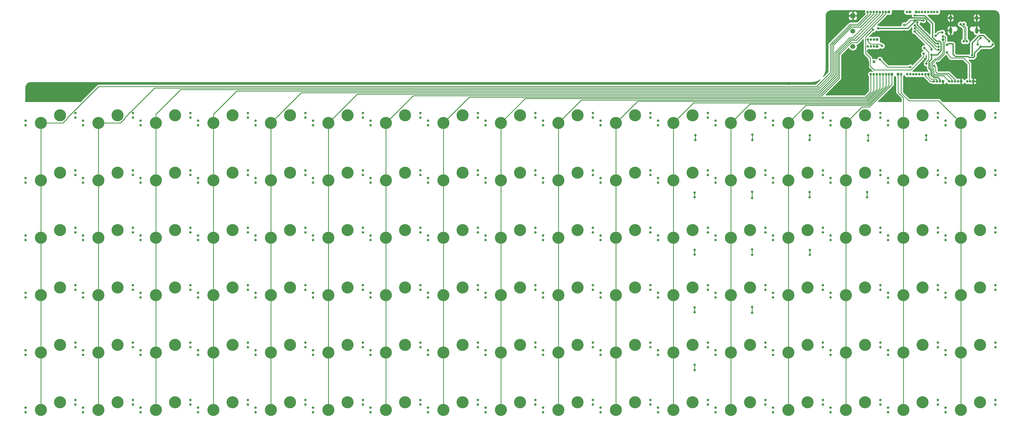
<source format=gtl>
G04 #@! TF.GenerationSoftware,KiCad,Pcbnew,(5.1.4)-1*
G04 #@! TF.CreationDate,2021-09-14T20:53:01-03:00*
G04 #@! TF.ProjectId,keyboard-pcb,6b657962-6f61-4726-942d-7063622e6b69,rev?*
G04 #@! TF.SameCoordinates,Original*
G04 #@! TF.FileFunction,Copper,L1,Top*
G04 #@! TF.FilePolarity,Positive*
%FSLAX46Y46*%
G04 Gerber Fmt 4.6, Leading zero omitted, Abs format (unit mm)*
G04 Created by KiCad (PCBNEW (5.1.4)-1) date 2021-09-14 20:53:01*
%MOMM*%
%LPD*%
G04 APERTURE LIST*
%ADD10C,0.800000*%
%ADD11C,4.000000*%
%ADD12O,0.850000X0.850000*%
%ADD13R,0.850000X0.850000*%
%ADD14O,1.000000X2.100000*%
%ADD15O,1.000000X1.600000*%
%ADD16C,1.650000*%
%ADD17R,1.650000X1.650000*%
%ADD18C,0.381000*%
%ADD19C,0.254000*%
G04 APERTURE END LIST*
D10*
X344170000Y-116332000D03*
X327660000Y-118872000D03*
X344170000Y-114808000D03*
X327660000Y-117348000D03*
D11*
X332740000Y-118110000D03*
X339090000Y-115570000D03*
D12*
X320977000Y-73660000D03*
X321977000Y-73660000D03*
X322977000Y-73660000D03*
D13*
X323977000Y-73660000D03*
D12*
X320977000Y-71374000D03*
X321977000Y-71374000D03*
X322977000Y-71374000D03*
D13*
X323977000Y-71374000D03*
D12*
X333899000Y-62230000D03*
D13*
X334899000Y-62230000D03*
D12*
X345821000Y-70374000D03*
D13*
X345821000Y-71374000D03*
X322961000Y-78740000D03*
D12*
X331962000Y-82931000D03*
D13*
X330962000Y-82931000D03*
D14*
X356999000Y-68408000D03*
X348359000Y-68408000D03*
D15*
X348359000Y-64228000D03*
X356999000Y-64228000D03*
D12*
X321930000Y-82931000D03*
X322930000Y-82931000D03*
X323930000Y-82931000D03*
X324930000Y-82931000D03*
X325930000Y-82931000D03*
X326930000Y-82931000D03*
X327930000Y-82931000D03*
D13*
X328930000Y-82931000D03*
D10*
X191770000Y-173482000D03*
X175260000Y-176022000D03*
X191770000Y-171958000D03*
X175260000Y-174498000D03*
D11*
X180340000Y-175260000D03*
X186690000Y-172720000D03*
D16*
X315976000Y-73660000D03*
X315976000Y-68580000D03*
D17*
X315976000Y-63500000D03*
D10*
X363220000Y-192532000D03*
X346710000Y-195072000D03*
X363220000Y-191008000D03*
X346710000Y-193548000D03*
D11*
X351790000Y-194310000D03*
X358140000Y-191770000D03*
D10*
X363220000Y-173482000D03*
X346710000Y-176022000D03*
X363220000Y-171958000D03*
X346710000Y-174498000D03*
D11*
X351790000Y-175260000D03*
X358140000Y-172720000D03*
D10*
X363220000Y-154432000D03*
X346710000Y-156972000D03*
X363220000Y-152908000D03*
X346710000Y-155448000D03*
D11*
X351790000Y-156210000D03*
X358140000Y-153670000D03*
D10*
X363220000Y-135382000D03*
X346710000Y-137922000D03*
X363220000Y-133858000D03*
X346710000Y-136398000D03*
D11*
X351790000Y-137160000D03*
X358140000Y-134620000D03*
D10*
X363220000Y-116332000D03*
X346710000Y-118872000D03*
X363220000Y-114808000D03*
X346710000Y-117348000D03*
D11*
X351790000Y-118110000D03*
X358140000Y-115570000D03*
D10*
X363220000Y-97282000D03*
X346710000Y-99822000D03*
X363220000Y-95758000D03*
X346710000Y-98298000D03*
D11*
X351790000Y-99060000D03*
X358140000Y-96520000D03*
D10*
X344170000Y-192532000D03*
X327660000Y-195072000D03*
X344170000Y-191008000D03*
X327660000Y-193548000D03*
D11*
X332740000Y-194310000D03*
X339090000Y-191770000D03*
D10*
X344170000Y-173482000D03*
X327660000Y-176022000D03*
X344170000Y-171958000D03*
X327660000Y-174498000D03*
D11*
X332740000Y-175260000D03*
X339090000Y-172720000D03*
D10*
X344170000Y-154432000D03*
X327660000Y-156972000D03*
X344170000Y-152908000D03*
X327660000Y-155448000D03*
D11*
X332740000Y-156210000D03*
X339090000Y-153670000D03*
D10*
X344170000Y-135382000D03*
X327660000Y-137922000D03*
X344170000Y-133858000D03*
X327660000Y-136398000D03*
D11*
X332740000Y-137160000D03*
X339090000Y-134620000D03*
D10*
X344170000Y-97282000D03*
X327660000Y-99822000D03*
X344170000Y-95758000D03*
X327660000Y-98298000D03*
D11*
X332740000Y-99060000D03*
X339090000Y-96520000D03*
D10*
X325120000Y-192532000D03*
X308610000Y-195072000D03*
X325120000Y-191008000D03*
X308610000Y-193548000D03*
D11*
X313690000Y-194310000D03*
X320040000Y-191770000D03*
D10*
X325120000Y-173482000D03*
X308610000Y-176022000D03*
X325120000Y-171958000D03*
X308610000Y-174498000D03*
D11*
X313690000Y-175260000D03*
X320040000Y-172720000D03*
D10*
X325120000Y-154432000D03*
X308610000Y-156972000D03*
X325120000Y-152908000D03*
X308610000Y-155448000D03*
D11*
X313690000Y-156210000D03*
X320040000Y-153670000D03*
D10*
X325120000Y-135382000D03*
X308610000Y-137922000D03*
X325120000Y-133858000D03*
X308610000Y-136398000D03*
D11*
X313690000Y-137160000D03*
X320040000Y-134620000D03*
D10*
X325120000Y-116332000D03*
X308610000Y-118872000D03*
X325120000Y-114808000D03*
X308610000Y-117348000D03*
D11*
X313690000Y-118110000D03*
X320040000Y-115570000D03*
D10*
X325120000Y-97282000D03*
X308610000Y-99822000D03*
X325120000Y-95758000D03*
X308610000Y-98298000D03*
D11*
X313690000Y-99060000D03*
X320040000Y-96520000D03*
D10*
X306070000Y-192532000D03*
X289560000Y-195072000D03*
X306070000Y-191008000D03*
X289560000Y-193548000D03*
D11*
X294640000Y-194310000D03*
X300990000Y-191770000D03*
D10*
X306070000Y-173482000D03*
X289560000Y-176022000D03*
X306070000Y-171958000D03*
X289560000Y-174498000D03*
D11*
X294640000Y-175260000D03*
X300990000Y-172720000D03*
D10*
X306070000Y-154432000D03*
X289560000Y-156972000D03*
X306070000Y-152908000D03*
X289560000Y-155448000D03*
D11*
X294640000Y-156210000D03*
X300990000Y-153670000D03*
D10*
X306070000Y-135382000D03*
X289560000Y-137922000D03*
X306070000Y-133858000D03*
X289560000Y-136398000D03*
D11*
X294640000Y-137160000D03*
X300990000Y-134620000D03*
D10*
X306070000Y-116332000D03*
X289560000Y-118872000D03*
X306070000Y-114808000D03*
X289560000Y-117348000D03*
D11*
X294640000Y-118110000D03*
X300990000Y-115570000D03*
D10*
X306070000Y-97282000D03*
X289560000Y-99822000D03*
X306070000Y-95758000D03*
X289560000Y-98298000D03*
D11*
X294640000Y-99060000D03*
X300990000Y-96520000D03*
D10*
X287020000Y-192532000D03*
X270510000Y-195072000D03*
X287020000Y-191008000D03*
X270510000Y-193548000D03*
D11*
X275590000Y-194310000D03*
X281940000Y-191770000D03*
D10*
X287020000Y-173482000D03*
X270510000Y-176022000D03*
X287020000Y-171958000D03*
X270510000Y-174498000D03*
D11*
X275590000Y-175260000D03*
X281940000Y-172720000D03*
D10*
X287020000Y-154432000D03*
X270510000Y-156972000D03*
X287020000Y-152908000D03*
X270510000Y-155448000D03*
D11*
X275590000Y-156210000D03*
X281940000Y-153670000D03*
D10*
X287020000Y-135382000D03*
X270510000Y-137922000D03*
X287020000Y-133858000D03*
X270510000Y-136398000D03*
D11*
X275590000Y-137160000D03*
X281940000Y-134620000D03*
D10*
X287020000Y-116332000D03*
X270510000Y-118872000D03*
X287020000Y-114808000D03*
X270510000Y-117348000D03*
D11*
X275590000Y-118110000D03*
X281940000Y-115570000D03*
D10*
X287020000Y-97282000D03*
X270510000Y-99822000D03*
X287020000Y-95758000D03*
X270510000Y-98298000D03*
D11*
X275590000Y-99060000D03*
X281940000Y-96520000D03*
D10*
X267970000Y-192532000D03*
X251460000Y-195072000D03*
X267970000Y-191008000D03*
X251460000Y-193548000D03*
D11*
X256540000Y-194310000D03*
X262890000Y-191770000D03*
D10*
X267970000Y-173482000D03*
X251460000Y-176022000D03*
X267970000Y-171958000D03*
X251460000Y-174498000D03*
D11*
X256540000Y-175260000D03*
X262890000Y-172720000D03*
D10*
X267970000Y-154432000D03*
X251460000Y-156972000D03*
X267970000Y-152908000D03*
X251460000Y-155448000D03*
D11*
X256540000Y-156210000D03*
X262890000Y-153670000D03*
D10*
X267970000Y-135382000D03*
X251460000Y-137922000D03*
X267970000Y-133858000D03*
X251460000Y-136398000D03*
D11*
X256540000Y-137160000D03*
X262890000Y-134620000D03*
D10*
X267970000Y-116332000D03*
X251460000Y-118872000D03*
X267970000Y-114808000D03*
X251460000Y-117348000D03*
D11*
X256540000Y-118110000D03*
X262890000Y-115570000D03*
D10*
X267970000Y-97282000D03*
X251460000Y-99822000D03*
X267970000Y-95758000D03*
X251460000Y-98298000D03*
D11*
X256540000Y-99060000D03*
X262890000Y-96520000D03*
D10*
X248920000Y-192532000D03*
X232410000Y-195072000D03*
X248920000Y-191008000D03*
X232410000Y-193548000D03*
D11*
X237490000Y-194310000D03*
X243840000Y-191770000D03*
D10*
X248920000Y-173482000D03*
X232410000Y-176022000D03*
X248920000Y-171958000D03*
X232410000Y-174498000D03*
D11*
X237490000Y-175260000D03*
X243840000Y-172720000D03*
D10*
X248920000Y-154432000D03*
X232410000Y-156972000D03*
X248920000Y-152908000D03*
X232410000Y-155448000D03*
D11*
X237490000Y-156210000D03*
X243840000Y-153670000D03*
D10*
X248920000Y-135382000D03*
X232410000Y-137922000D03*
X248920000Y-133858000D03*
X232410000Y-136398000D03*
D11*
X237490000Y-137160000D03*
X243840000Y-134620000D03*
D10*
X248920000Y-116332000D03*
X232410000Y-118872000D03*
X248920000Y-114808000D03*
X232410000Y-117348000D03*
D11*
X237490000Y-118110000D03*
X243840000Y-115570000D03*
D10*
X248920000Y-97282000D03*
X232410000Y-99822000D03*
X248920000Y-95758000D03*
X232410000Y-98298000D03*
D11*
X237490000Y-99060000D03*
X243840000Y-96520000D03*
D10*
X229870000Y-192532000D03*
X213360000Y-195072000D03*
X229870000Y-191008000D03*
X213360000Y-193548000D03*
D11*
X218440000Y-194310000D03*
X224790000Y-191770000D03*
D10*
X229870000Y-173482000D03*
X213360000Y-176022000D03*
X229870000Y-171958000D03*
X213360000Y-174498000D03*
D11*
X218440000Y-175260000D03*
X224790000Y-172720000D03*
D10*
X229870000Y-154432000D03*
X213360000Y-156972000D03*
X229870000Y-152908000D03*
X213360000Y-155448000D03*
D11*
X218440000Y-156210000D03*
X224790000Y-153670000D03*
D10*
X229870000Y-135382000D03*
X213360000Y-137922000D03*
X229870000Y-133858000D03*
X213360000Y-136398000D03*
D11*
X218440000Y-137160000D03*
X224790000Y-134620000D03*
D10*
X229870000Y-116332000D03*
X213360000Y-118872000D03*
X229870000Y-114808000D03*
X213360000Y-117348000D03*
D11*
X218440000Y-118110000D03*
X224790000Y-115570000D03*
D10*
X229870000Y-97282000D03*
X213360000Y-99822000D03*
X229870000Y-95758000D03*
X213360000Y-98298000D03*
D11*
X218440000Y-99060000D03*
X224790000Y-96520000D03*
D10*
X210820000Y-192532000D03*
X194310000Y-195072000D03*
X210820000Y-191008000D03*
X194310000Y-193548000D03*
D11*
X199390000Y-194310000D03*
X205740000Y-191770000D03*
D10*
X210820000Y-173482000D03*
X194310000Y-176022000D03*
X210820000Y-171958000D03*
X194310000Y-174498000D03*
D11*
X199390000Y-175260000D03*
X205740000Y-172720000D03*
D10*
X210820000Y-154432000D03*
X194310000Y-156972000D03*
X210820000Y-152908000D03*
X194310000Y-155448000D03*
D11*
X199390000Y-156210000D03*
X205740000Y-153670000D03*
D10*
X210820000Y-135382000D03*
X194310000Y-137922000D03*
X210820000Y-133858000D03*
X194310000Y-136398000D03*
D11*
X199390000Y-137160000D03*
X205740000Y-134620000D03*
D10*
X210820000Y-116332000D03*
X194310000Y-118872000D03*
X210820000Y-114808000D03*
X194310000Y-117348000D03*
D11*
X199390000Y-118110000D03*
X205740000Y-115570000D03*
D10*
X210820000Y-97282000D03*
X194310000Y-99822000D03*
X210820000Y-95758000D03*
X194310000Y-98298000D03*
D11*
X199390000Y-99060000D03*
X205740000Y-96520000D03*
D10*
X191770000Y-192532000D03*
X175260000Y-195072000D03*
X191770000Y-191008000D03*
X175260000Y-193548000D03*
D11*
X180340000Y-194310000D03*
X186690000Y-191770000D03*
D10*
X191770000Y-154432000D03*
X175260000Y-156972000D03*
X191770000Y-152908000D03*
X175260000Y-155448000D03*
D11*
X180340000Y-156210000D03*
X186690000Y-153670000D03*
D10*
X191770000Y-135382000D03*
X175260000Y-137922000D03*
X191770000Y-133858000D03*
X175260000Y-136398000D03*
D11*
X180340000Y-137160000D03*
X186690000Y-134620000D03*
D10*
X191770000Y-116332000D03*
X175260000Y-118872000D03*
X191770000Y-114808000D03*
X175260000Y-117348000D03*
D11*
X180340000Y-118110000D03*
X186690000Y-115570000D03*
D10*
X191770000Y-97282000D03*
X175260000Y-99822000D03*
X191770000Y-95758000D03*
X175260000Y-98298000D03*
D11*
X180340000Y-99060000D03*
X186690000Y-96520000D03*
D10*
X172720000Y-192532000D03*
X156210000Y-195072000D03*
X172720000Y-191008000D03*
X156210000Y-193548000D03*
D11*
X161290000Y-194310000D03*
X167640000Y-191770000D03*
D10*
X172720000Y-173482000D03*
X156210000Y-176022000D03*
X172720000Y-171958000D03*
X156210000Y-174498000D03*
D11*
X161290000Y-175260000D03*
X167640000Y-172720000D03*
D10*
X172720000Y-154432000D03*
X156210000Y-156972000D03*
X172720000Y-152908000D03*
X156210000Y-155448000D03*
D11*
X161290000Y-156210000D03*
X167640000Y-153670000D03*
D10*
X172720000Y-135382000D03*
X156210000Y-137922000D03*
X172720000Y-133858000D03*
X156210000Y-136398000D03*
D11*
X161290000Y-137160000D03*
X167640000Y-134620000D03*
D10*
X172720000Y-116332000D03*
X156210000Y-118872000D03*
X172720000Y-114808000D03*
X156210000Y-117348000D03*
D11*
X161290000Y-118110000D03*
X167640000Y-115570000D03*
D10*
X172720000Y-97282000D03*
X156210000Y-99822000D03*
X172720000Y-95758000D03*
X156210000Y-98298000D03*
D11*
X161290000Y-99060000D03*
X167640000Y-96520000D03*
D10*
X153670000Y-192532000D03*
X137160000Y-195072000D03*
X153670000Y-191008000D03*
X137160000Y-193548000D03*
D11*
X142240000Y-194310000D03*
X148590000Y-191770000D03*
D10*
X153670000Y-173482000D03*
X137160000Y-176022000D03*
X153670000Y-171958000D03*
X137160000Y-174498000D03*
D11*
X142240000Y-175260000D03*
X148590000Y-172720000D03*
D10*
X153670000Y-154432000D03*
X137160000Y-156972000D03*
X153670000Y-152908000D03*
X137160000Y-155448000D03*
D11*
X142240000Y-156210000D03*
X148590000Y-153670000D03*
D10*
X153670000Y-135382000D03*
X137160000Y-137922000D03*
X153670000Y-133858000D03*
X137160000Y-136398000D03*
D11*
X142240000Y-137160000D03*
X148590000Y-134620000D03*
D10*
X153670000Y-116332000D03*
X137160000Y-118872000D03*
X153670000Y-114808000D03*
X137160000Y-117348000D03*
D11*
X142240000Y-118110000D03*
X148590000Y-115570000D03*
D10*
X153670000Y-97282000D03*
X137160000Y-99822000D03*
X153670000Y-95758000D03*
X137160000Y-98298000D03*
D11*
X142240000Y-99060000D03*
X148590000Y-96520000D03*
D10*
X134620000Y-192532000D03*
X118110000Y-195072000D03*
X134620000Y-191008000D03*
X118110000Y-193548000D03*
D11*
X123190000Y-194310000D03*
X129540000Y-191770000D03*
D10*
X134620000Y-173482000D03*
X118110000Y-176022000D03*
X134620000Y-171958000D03*
X118110000Y-174498000D03*
D11*
X123190000Y-175260000D03*
X129540000Y-172720000D03*
D10*
X134620000Y-154432000D03*
X118110000Y-156972000D03*
X134620000Y-152908000D03*
X118110000Y-155448000D03*
D11*
X123190000Y-156210000D03*
X129540000Y-153670000D03*
D10*
X134620000Y-135382000D03*
X118110000Y-137922000D03*
X134620000Y-133858000D03*
X118110000Y-136398000D03*
D11*
X123190000Y-137160000D03*
X129540000Y-134620000D03*
D10*
X134620000Y-116332000D03*
X118110000Y-118872000D03*
X134620000Y-114808000D03*
X118110000Y-117348000D03*
D11*
X123190000Y-118110000D03*
X129540000Y-115570000D03*
D10*
X134620000Y-97282000D03*
X118110000Y-99822000D03*
X134620000Y-95758000D03*
X118110000Y-98298000D03*
D11*
X123190000Y-99060000D03*
X129540000Y-96520000D03*
D10*
X115570000Y-192532000D03*
X99060000Y-195072000D03*
X115570000Y-191008000D03*
X99060000Y-193548000D03*
D11*
X104140000Y-194310000D03*
X110490000Y-191770000D03*
D10*
X115570000Y-173482000D03*
X99060000Y-176022000D03*
X115570000Y-171958000D03*
X99060000Y-174498000D03*
D11*
X104140000Y-175260000D03*
X110490000Y-172720000D03*
D10*
X115570000Y-154432000D03*
X99060000Y-156972000D03*
X115570000Y-152908000D03*
X99060000Y-155448000D03*
D11*
X104140000Y-156210000D03*
X110490000Y-153670000D03*
D10*
X115570000Y-135382000D03*
X99060000Y-137922000D03*
X115570000Y-133858000D03*
X99060000Y-136398000D03*
D11*
X104140000Y-137160000D03*
X110490000Y-134620000D03*
D10*
X115570000Y-116332000D03*
X99060000Y-118872000D03*
X115570000Y-114808000D03*
X99060000Y-117348000D03*
D11*
X104140000Y-118110000D03*
X110490000Y-115570000D03*
D10*
X115570000Y-97282000D03*
X99060000Y-99822000D03*
X115570000Y-95758000D03*
X99060000Y-98298000D03*
D11*
X104140000Y-99060000D03*
X110490000Y-96520000D03*
D10*
X96520000Y-192532000D03*
X80010000Y-195072000D03*
X96520000Y-191008000D03*
X80010000Y-193548000D03*
D11*
X85090000Y-194310000D03*
X91440000Y-191770000D03*
D10*
X96520000Y-173482000D03*
X80010000Y-176022000D03*
X96520000Y-171958000D03*
X80010000Y-174498000D03*
D11*
X85090000Y-175260000D03*
X91440000Y-172720000D03*
D10*
X96520000Y-154432000D03*
X80010000Y-156972000D03*
X96520000Y-152908000D03*
X80010000Y-155448000D03*
D11*
X85090000Y-156210000D03*
X91440000Y-153670000D03*
D10*
X96520000Y-135382000D03*
X80010000Y-137922000D03*
X96520000Y-133858000D03*
X80010000Y-136398000D03*
D11*
X85090000Y-137160000D03*
X91440000Y-134620000D03*
D10*
X96520000Y-116332000D03*
X80010000Y-118872000D03*
X96520000Y-114808000D03*
X80010000Y-117348000D03*
D11*
X85090000Y-118110000D03*
X91440000Y-115570000D03*
D10*
X96520000Y-97282000D03*
X80010000Y-99822000D03*
X96520000Y-95758000D03*
X80010000Y-98298000D03*
D11*
X85090000Y-99060000D03*
X91440000Y-96520000D03*
D10*
X77470000Y-192532000D03*
X60960000Y-195072000D03*
X77470000Y-191008000D03*
X60960000Y-193548000D03*
D11*
X66040000Y-194310000D03*
X72390000Y-191770000D03*
D10*
X77470000Y-173482000D03*
X60960000Y-176022000D03*
X77470000Y-171958000D03*
X60960000Y-174498000D03*
D11*
X66040000Y-175260000D03*
X72390000Y-172720000D03*
D10*
X77470000Y-154432000D03*
X60960000Y-156972000D03*
X77470000Y-152908000D03*
X60960000Y-155448000D03*
D11*
X66040000Y-156210000D03*
X72390000Y-153670000D03*
D10*
X77470000Y-135382000D03*
X60960000Y-137922000D03*
X77470000Y-133858000D03*
X60960000Y-136398000D03*
D11*
X66040000Y-137160000D03*
X72390000Y-134620000D03*
D10*
X77470000Y-116332000D03*
X60960000Y-118872000D03*
X77470000Y-114808000D03*
X60960000Y-117348000D03*
D11*
X66040000Y-118110000D03*
X72390000Y-115570000D03*
D10*
X77470000Y-97282000D03*
X60960000Y-99822000D03*
X77470000Y-95758000D03*
X60960000Y-98298000D03*
D11*
X66040000Y-99060000D03*
X72390000Y-96520000D03*
D10*
X58420000Y-192532000D03*
X41910000Y-195072000D03*
X58420000Y-191008000D03*
X41910000Y-193548000D03*
D11*
X46990000Y-194310000D03*
X53340000Y-191770000D03*
D10*
X58420000Y-173482000D03*
X41910000Y-176022000D03*
X58420000Y-171958000D03*
X41910000Y-174498000D03*
D11*
X46990000Y-175260000D03*
X53340000Y-172720000D03*
D10*
X58420000Y-154432000D03*
X41910000Y-156972000D03*
X58420000Y-152908000D03*
X41910000Y-155448000D03*
D11*
X46990000Y-156210000D03*
X53340000Y-153670000D03*
D10*
X58420000Y-135382000D03*
X41910000Y-137922000D03*
X58420000Y-133858000D03*
X41910000Y-136398000D03*
D11*
X46990000Y-137160000D03*
X53340000Y-134620000D03*
D10*
X58420000Y-116332000D03*
X41910000Y-118872000D03*
X58420000Y-114808000D03*
X41910000Y-117348000D03*
D11*
X46990000Y-118110000D03*
X53340000Y-115570000D03*
D10*
X58420000Y-97282000D03*
X41910000Y-99822000D03*
X58420000Y-95758000D03*
X41910000Y-98298000D03*
D11*
X46990000Y-99060000D03*
X53340000Y-96520000D03*
D12*
X342821000Y-85280500D03*
X343821000Y-85280500D03*
X344821000Y-85280500D03*
D13*
X345821000Y-85280500D03*
D12*
X347853500Y-85280500D03*
X348853500Y-85280500D03*
X349853500Y-85280500D03*
X350853500Y-85280500D03*
D13*
X351853500Y-85280500D03*
D12*
X353854000Y-85280500D03*
X354854000Y-85280500D03*
D13*
X355854000Y-85280500D03*
D12*
X333995000Y-82931000D03*
X334995000Y-82931000D03*
X335995000Y-82931000D03*
X336995000Y-82931000D03*
X337995000Y-82931000D03*
X338995000Y-82931000D03*
X339995000Y-82931000D03*
D13*
X340995000Y-82931000D03*
D12*
X343931000Y-62230000D03*
X342931000Y-62230000D03*
X341931000Y-62230000D03*
X340931000Y-62230000D03*
X339931000Y-62230000D03*
X338931000Y-62230000D03*
X337931000Y-62230000D03*
D13*
X336931000Y-62230000D03*
D12*
X320914000Y-62230000D03*
X321914000Y-62230000D03*
X322914000Y-62230000D03*
X323914000Y-62230000D03*
X324914000Y-62230000D03*
X325914000Y-62230000D03*
X326914000Y-62230000D03*
D13*
X327914000Y-62230000D03*
D10*
X294862250Y-86106000D03*
X328580750Y-89693750D03*
X339693250Y-88900000D03*
X337439000Y-73152000D03*
X336550000Y-74041000D03*
X336550000Y-73152000D03*
X336550000Y-72263000D03*
X335661000Y-71374000D03*
X335661000Y-72263000D03*
X335661000Y-73152000D03*
X335661000Y-74041000D03*
X334772000Y-74041000D03*
X334772000Y-73152000D03*
X334772000Y-72263000D03*
X334772000Y-71374000D03*
X334772000Y-70485000D03*
X333883000Y-71374000D03*
X333883000Y-72263000D03*
X333883000Y-73152000D03*
X333883000Y-74041000D03*
X335661000Y-74930000D03*
X334772000Y-75819000D03*
X334772000Y-74930000D03*
X333883000Y-74930000D03*
X333883000Y-75819000D03*
X331216000Y-75819000D03*
X330327000Y-74930000D03*
X331216000Y-74930000D03*
X329438000Y-74041000D03*
X330327000Y-74041000D03*
X331216000Y-74041000D03*
X328549000Y-73152000D03*
X329438000Y-73152000D03*
X330327000Y-73152000D03*
X331216000Y-73152000D03*
X329438000Y-72263000D03*
X330327000Y-72263000D03*
X331216000Y-72263000D03*
X330327000Y-71374000D03*
X331216000Y-71374000D03*
X331216000Y-70485000D03*
X332105000Y-69596000D03*
X333883000Y-70485000D03*
X333883000Y-69596000D03*
X332994000Y-68707000D03*
X332105000Y-70485000D03*
X332105000Y-71374000D03*
X332994000Y-69596000D03*
X332994000Y-70485000D03*
X332994000Y-71374000D03*
X332105000Y-72263000D03*
X332105000Y-73152000D03*
X332105000Y-74041000D03*
X332105000Y-74930000D03*
X332105000Y-75819000D03*
X332105000Y-76708000D03*
X333883000Y-76708000D03*
X332994000Y-77597000D03*
X332994000Y-76708000D03*
X332994000Y-75819000D03*
X332994000Y-74930000D03*
X332994000Y-74041000D03*
X332994000Y-72263000D03*
X314071000Y-75438000D03*
X360045000Y-78168500D03*
X331724000Y-64960500D03*
X320929000Y-75311000D03*
X332994000Y-73152000D03*
X318452500Y-76009500D03*
X321691000Y-81407000D03*
X318008000Y-82550000D03*
X340027510Y-68145560D03*
X354012500Y-74612500D03*
X339886990Y-77898387D03*
X357378000Y-73025000D03*
X358267000Y-70866000D03*
X342076795Y-74745929D03*
X336423000Y-68707000D03*
X339344000Y-65024000D03*
X332994000Y-66548000D03*
X324358000Y-67691000D03*
X361188000Y-72009000D03*
X355473000Y-76581000D03*
X342011000Y-76454000D03*
X336423000Y-63442999D03*
X336423000Y-65024000D03*
X340233000Y-104775000D03*
X340233000Y-103193901D03*
X321056000Y-103124000D03*
X321056000Y-104902000D03*
X320675000Y-122047000D03*
X320675000Y-123698000D03*
X301752000Y-103124000D03*
X301625000Y-104775000D03*
X301625000Y-122047000D03*
X301625000Y-123698000D03*
X301752000Y-141224000D03*
X301752000Y-142875000D03*
X324929500Y-78013000D03*
X334995000Y-80549000D03*
X282702000Y-102997000D03*
X282702000Y-104775000D03*
X282575000Y-121920000D03*
X282575000Y-123952000D03*
X282575000Y-141097000D03*
X282575000Y-142875000D03*
X282575000Y-160147000D03*
X282575000Y-162052000D03*
X263779000Y-103124000D03*
X263779000Y-104775000D03*
X263525000Y-122174000D03*
X263525000Y-123698000D03*
X263525000Y-141224000D03*
X263525000Y-142748000D03*
X263525000Y-160274000D03*
X263525000Y-161925000D03*
X263525000Y-179324000D03*
X263525000Y-181102000D03*
X325628000Y-73533000D03*
X344424000Y-73795000D03*
X336556078Y-66712756D03*
X344424000Y-74795000D03*
X336526119Y-67712319D03*
X339444511Y-76099489D03*
X322649592Y-68123596D03*
X362331000Y-73025000D03*
X358267000Y-73787000D03*
X347091000Y-73152000D03*
X337342901Y-65644759D03*
X344247348Y-72721348D03*
X351652000Y-66294000D03*
X352687000Y-72009000D03*
X352706000Y-66294000D03*
X353687000Y-72009000D03*
X345630500Y-69024500D03*
X343366636Y-70120882D03*
X347091000Y-75663500D03*
X339677751Y-74191466D03*
X342900000Y-80137000D03*
X340360000Y-79375000D03*
D18*
X356999000Y-68408000D02*
X356999000Y-64228000D01*
X348359000Y-64228000D02*
X348359000Y-68408000D01*
X348359000Y-64228000D02*
X356999000Y-64228000D01*
X356999000Y-68408000D02*
X358883942Y-68408000D01*
X358883942Y-68408000D02*
X363121501Y-72645559D01*
X363121501Y-72645559D02*
X363121501Y-75091999D01*
X363121501Y-75091999D02*
X360045000Y-78168500D01*
X330073000Y-76073000D02*
X332994000Y-73152000D01*
X321119500Y-78676500D02*
X318452500Y-76009500D01*
X314071000Y-78613000D02*
X318008000Y-82550000D01*
X314071000Y-75438000D02*
X314071000Y-78613000D01*
X331724000Y-64960500D02*
X332451001Y-64233499D01*
X332451001Y-64233499D02*
X339723441Y-64233499D01*
X340427509Y-64937567D02*
X340427509Y-67745561D01*
X340427509Y-67745561D02*
X340027510Y-68145560D01*
X339723441Y-64233499D02*
X340427509Y-64937567D01*
X321119500Y-80835500D02*
X321691000Y-81407000D01*
X321119500Y-78676500D02*
X321119500Y-80835500D01*
X321691000Y-76073000D02*
X320929000Y-75311000D01*
X330073000Y-76073000D02*
X321691000Y-76073000D01*
D19*
X357378000Y-73025000D02*
X357378000Y-71755000D01*
X357378000Y-71755000D02*
X358267000Y-70866000D01*
X342076795Y-74360795D02*
X342076795Y-74745929D01*
X336423000Y-68707000D02*
X342076795Y-74360795D01*
D18*
X355473000Y-72490058D02*
X355473000Y-76581000D01*
X357887559Y-70075499D02*
X355473000Y-72490058D01*
X361188000Y-72009000D02*
X359254499Y-70075499D01*
X359254499Y-70075499D02*
X357887559Y-70075499D01*
X336423000Y-63442999D02*
X339754613Y-63442999D01*
X342382934Y-66071320D02*
X342382934Y-70693378D01*
X339754613Y-63442999D02*
X342382934Y-66071320D01*
D19*
X335083685Y-65024000D02*
X336423000Y-65024000D01*
X332994000Y-66548000D02*
X333559685Y-66548000D01*
X333559685Y-66548000D02*
X335083685Y-65024000D01*
D18*
X336963460Y-64854258D02*
X334126718Y-67691000D01*
X334126718Y-67691000D02*
X324358000Y-67691000D01*
D19*
X338672073Y-64917758D02*
X338778315Y-65024000D01*
X336529242Y-64917758D02*
X338672073Y-64917758D01*
D18*
X339344000Y-65024000D02*
X338778315Y-65024000D01*
D19*
X336423000Y-65024000D02*
X336529242Y-64917758D01*
D18*
X338608573Y-64854258D02*
X336963460Y-64854258D01*
X338778315Y-65024000D02*
X338608573Y-64854258D01*
X343934942Y-76454000D02*
X342011000Y-76454000D01*
X345214501Y-75174441D02*
X343934942Y-76454000D01*
X345214501Y-72518559D02*
X345214501Y-75174441D01*
X344626789Y-71930847D02*
X345214501Y-72518559D01*
X343620403Y-71930847D02*
X344626789Y-71930847D01*
X342382934Y-70693378D02*
X343620403Y-71930847D01*
X341855469Y-83140475D02*
X341855469Y-81669371D01*
X341201478Y-78699707D02*
X342011000Y-77890185D01*
X342011000Y-77890185D02*
X342011000Y-76454000D01*
X341855469Y-81669371D02*
X341201478Y-81015380D01*
X341201478Y-81015380D02*
X341201478Y-78699707D01*
X342690526Y-83975533D02*
X341855469Y-83140475D01*
X344117073Y-83975533D02*
X342690526Y-83975533D01*
X344821000Y-84679460D02*
X344117073Y-83975533D01*
X344821000Y-85280500D02*
X344821000Y-84679460D01*
D19*
X340233000Y-104775000D02*
X340233000Y-103193901D01*
X321056000Y-103124000D02*
X321056000Y-104902000D01*
X320675000Y-122047000D02*
X320675000Y-123698000D01*
X301752000Y-103124000D02*
X301752000Y-104648000D01*
X301752000Y-104648000D02*
X301625000Y-104775000D01*
X301625000Y-122047000D02*
X301625000Y-123698000D01*
X301752000Y-141224000D02*
X301752000Y-142875000D01*
X327465500Y-80549000D02*
X334995000Y-80549000D01*
X324929500Y-78013000D02*
X327465500Y-80549000D01*
X282702000Y-102997000D02*
X282702000Y-104775000D01*
X282575000Y-121920000D02*
X282575000Y-123952000D01*
X282575000Y-141097000D02*
X282575000Y-142875000D01*
X282575000Y-160147000D02*
X282575000Y-162052000D01*
X263779000Y-103124000D02*
X263779000Y-104775000D01*
X263525000Y-122174000D02*
X263525000Y-123698000D01*
X263525000Y-141224000D02*
X263525000Y-142748000D01*
X263525000Y-160274000D02*
X263525000Y-161925000D01*
X263525000Y-179324000D02*
X263525000Y-181102000D01*
X320977000Y-71975040D02*
X320977000Y-71374000D01*
X321909959Y-72907999D02*
X320977000Y-71975040D01*
X325628000Y-73533000D02*
X325002999Y-72907999D01*
X325002999Y-72907999D02*
X321909959Y-72907999D01*
X343638322Y-73795000D02*
X336556078Y-66712756D01*
X344424000Y-73795000D02*
X343638322Y-73795000D01*
X343608800Y-74795000D02*
X336526119Y-67712319D01*
X344424000Y-74795000D02*
X343608800Y-74795000D01*
X46990000Y-99060000D02*
X46990000Y-118110000D01*
X46990000Y-118110000D02*
X46990000Y-194310000D01*
X320914000Y-63134000D02*
X320914000Y-62230000D01*
X317700010Y-66347990D02*
X320914000Y-63134000D01*
X315117313Y-66347990D02*
X317700010Y-66347990D01*
X308483000Y-82423000D02*
X308483000Y-72982304D01*
X54243962Y-99060000D02*
X55667001Y-97636961D01*
X46990000Y-99060000D02*
X54243962Y-99060000D01*
X55667001Y-97636961D02*
X55667001Y-97435037D01*
X308483000Y-72982304D02*
X315117313Y-66347990D01*
X55667001Y-97435037D02*
X66107038Y-86995000D01*
X66107038Y-86995000D02*
X303911000Y-86995000D01*
X303911000Y-86995000D02*
X308483000Y-82423000D01*
X66040000Y-99060000D02*
X66040000Y-194310000D01*
X321914000Y-62831040D02*
X321914000Y-62230000D01*
X308991000Y-73116370D02*
X315305370Y-66802000D01*
X308991000Y-82804000D02*
X308991000Y-73116370D01*
X73293962Y-99060000D02*
X74717001Y-97636961D01*
X66040000Y-99060000D02*
X73293962Y-99060000D01*
X317943040Y-66802000D02*
X321914000Y-62831040D01*
X315305370Y-66802000D02*
X317943040Y-66802000D01*
X74717001Y-97636961D02*
X74717001Y-97435037D01*
X84649038Y-87503000D02*
X304292000Y-87503000D01*
X74717001Y-97435037D02*
X84649038Y-87503000D01*
X304292000Y-87503000D02*
X308991000Y-82804000D01*
X85090000Y-99060000D02*
X85090000Y-194310000D01*
X322914000Y-62230000D02*
X322914000Y-62545136D01*
X322914000Y-62831040D02*
X322914000Y-62230000D01*
X315423039Y-67326399D02*
X318418641Y-67326399D01*
X85090000Y-96231573D02*
X93310573Y-88011000D01*
X85090000Y-99060000D02*
X85090000Y-96231573D01*
X93310573Y-88011000D02*
X304546000Y-88011000D01*
X318418641Y-67326399D02*
X322914000Y-62831040D01*
X304546000Y-88011000D02*
X309499000Y-83058000D01*
X309499000Y-83058000D02*
X309499000Y-73250438D01*
X309499000Y-73250438D02*
X315423039Y-67326399D01*
X104140000Y-99060000D02*
X104140000Y-194310000D01*
X323914000Y-62831040D02*
X323914000Y-62230000D01*
X316006040Y-70739000D02*
X323914000Y-62831040D01*
X314960000Y-70739000D02*
X316006040Y-70739000D01*
X104140000Y-96231573D02*
X111852573Y-88519000D01*
X104140000Y-99060000D02*
X104140000Y-96231573D01*
X111852573Y-88519000D02*
X304927000Y-88519000D01*
X304927000Y-88519000D02*
X310007000Y-83439000D01*
X310007000Y-83439000D02*
X310007000Y-75692000D01*
X310007000Y-75692000D02*
X314960000Y-70739000D01*
X123190000Y-99060000D02*
X123190000Y-194310000D01*
X133223000Y-89027000D02*
X123190000Y-99060000D01*
X305181000Y-89027000D02*
X133223000Y-89027000D01*
X324914000Y-62831040D02*
X316498040Y-71247000D01*
X324914000Y-62230000D02*
X324914000Y-62831040D01*
X316498040Y-71247000D02*
X315214000Y-71247000D01*
X315214000Y-71247000D02*
X310578500Y-75882500D01*
X310578500Y-75882500D02*
X310578500Y-83629500D01*
X310578500Y-83629500D02*
X305181000Y-89027000D01*
X142240000Y-99060000D02*
X142240000Y-194310000D01*
X317044029Y-71701011D02*
X315486359Y-71701011D01*
X325914000Y-62230000D02*
X325914000Y-62831040D01*
X151765000Y-89535000D02*
X142240000Y-99060000D01*
X305435000Y-89535000D02*
X151765000Y-89535000D01*
X311032511Y-83937489D02*
X305435000Y-89535000D01*
X311032511Y-76154859D02*
X311032511Y-83937489D01*
X315486359Y-71701011D02*
X311032511Y-76154859D01*
X325914000Y-62831040D02*
X317044029Y-71701011D01*
X161290000Y-99060000D02*
X161290000Y-194310000D01*
X315423039Y-72406399D02*
X311486522Y-76342916D01*
X311486522Y-76342916D02*
X311486522Y-84245478D01*
X311486522Y-84245478D02*
X305689000Y-90043000D01*
X305689000Y-90043000D02*
X170307000Y-90043000D01*
X170307000Y-90043000D02*
X161290000Y-99060000D01*
X317338641Y-72406399D02*
X315423039Y-72406399D01*
X326914000Y-62230000D02*
X326914000Y-62831040D01*
X326914000Y-62831040D02*
X317338641Y-72406399D01*
X180340000Y-99060000D02*
X180340000Y-194310000D01*
X321930000Y-88773000D02*
X321930000Y-82931000D01*
X180340000Y-99060000D02*
X188849000Y-90551000D01*
X320152000Y-90551000D02*
X321930000Y-88773000D01*
X188849000Y-90551000D02*
X320152000Y-90551000D01*
X199390000Y-99060000D02*
X199390000Y-194310000D01*
X207444989Y-91005011D02*
X199390000Y-99060000D01*
X320340057Y-91005011D02*
X207444989Y-91005011D01*
X322930000Y-88415068D02*
X320340057Y-91005011D01*
X322930000Y-82931000D02*
X322930000Y-88415068D01*
X218440000Y-99060000D02*
X218440000Y-194310000D01*
X226040978Y-91459022D02*
X218440000Y-99060000D01*
X323930000Y-82931000D02*
X323930000Y-88057136D01*
X320528114Y-91459022D02*
X226040978Y-91459022D01*
X323930000Y-88057136D02*
X320528114Y-91459022D01*
X237490000Y-99060000D02*
X237490000Y-194310000D01*
X244636967Y-91913033D02*
X237490000Y-99060000D01*
X320716171Y-91913033D02*
X244636967Y-91913033D01*
X324930000Y-87699204D02*
X320716171Y-91913033D01*
X324930000Y-82931000D02*
X324930000Y-87699204D01*
X256540000Y-99060000D02*
X256540000Y-194310000D01*
X263232956Y-92367044D02*
X266788956Y-92367044D01*
X256540000Y-99060000D02*
X263232956Y-92367044D01*
X266788956Y-92367044D02*
X266436228Y-92367044D01*
X325930000Y-87341272D02*
X320904228Y-92367044D01*
X320904228Y-92367044D02*
X266788956Y-92367044D01*
X325930000Y-82931000D02*
X325930000Y-87341272D01*
X275590000Y-99060000D02*
X275590000Y-194310000D01*
X326930000Y-82931000D02*
X326930000Y-86983340D01*
X321092285Y-92821055D02*
X281828945Y-92821055D01*
X281828945Y-92821055D02*
X275590000Y-99060000D01*
X326930000Y-86983340D02*
X321092285Y-92821055D01*
X294640000Y-99060000D02*
X294640000Y-194310000D01*
X327930000Y-82931000D02*
X327930000Y-86625408D01*
X327930000Y-86625408D02*
X321280342Y-93275066D01*
X300424935Y-93275066D02*
X296639999Y-97060001D01*
X296639999Y-97060001D02*
X294640000Y-99060000D01*
X321280342Y-93275066D02*
X300424935Y-93275066D01*
X313690000Y-99060000D02*
X313690000Y-194310000D01*
X319020923Y-93729077D02*
X313690000Y-99060000D01*
X321468399Y-93729077D02*
X319020923Y-93729077D01*
X328930000Y-86267476D02*
X321468399Y-93729077D01*
X328930000Y-82931000D02*
X328930000Y-86267476D01*
X332740000Y-99060000D02*
X332740000Y-194310000D01*
X330962000Y-82931000D02*
X330962000Y-88900000D01*
X332740000Y-90678000D02*
X332740000Y-99060000D01*
X330962000Y-88900000D02*
X332740000Y-90678000D01*
X351790000Y-99060000D02*
X351790000Y-194310000D01*
X351790000Y-99060000D02*
X344424000Y-91694000D01*
X344424000Y-91694000D02*
X334518000Y-91694000D01*
X331962000Y-89138000D02*
X331962000Y-82931000D01*
X334518000Y-91694000D02*
X331962000Y-89138000D01*
X339444511Y-76099489D02*
X339444511Y-77175451D01*
X321754500Y-77529962D02*
X320224999Y-76000461D01*
X339444511Y-77175451D02*
X335149462Y-81470500D01*
X335149462Y-81470500D02*
X323024500Y-81470500D01*
X323024500Y-81470500D02*
X321754500Y-80200500D01*
X320224999Y-70548189D02*
X322649592Y-68123596D01*
X320224999Y-76000461D02*
X320224999Y-70548189D01*
X321754500Y-80200500D02*
X321754500Y-77529962D01*
D18*
X362331000Y-73025000D02*
X361569000Y-73787000D01*
X361569000Y-73787000D02*
X358267000Y-73787000D01*
X356263501Y-75790499D02*
X358267000Y-73787000D01*
X356263501Y-76960441D02*
X356263501Y-75790499D01*
X355852441Y-77371501D02*
X356263501Y-76960441D01*
X354485501Y-77371501D02*
X355852441Y-77371501D01*
X354139500Y-77025500D02*
X354485501Y-77371501D01*
X349948500Y-77025500D02*
X354139500Y-77025500D01*
X349104001Y-72853499D02*
X349186500Y-72935998D01*
X349186500Y-72935998D02*
X349186500Y-76263500D01*
X349186500Y-76263500D02*
X349948500Y-77025500D01*
X349002503Y-72752001D02*
X349186500Y-72935998D01*
X347490999Y-72752001D02*
X349002503Y-72752001D01*
X347091000Y-73152000D02*
X347490999Y-72752001D01*
X337342901Y-66578901D02*
X337342901Y-65644759D01*
X343412913Y-72648913D02*
X337342901Y-66578901D01*
X344247348Y-72721348D02*
X343619089Y-72648913D01*
X343619089Y-72648913D02*
X343412913Y-72648913D01*
D19*
X352960000Y-71736000D02*
X352687000Y-72009000D01*
X352960000Y-67602000D02*
X352960000Y-71736000D01*
X351652000Y-66294000D02*
X352960000Y-67602000D01*
X353414000Y-71736000D02*
X353687000Y-72009000D01*
X352706000Y-66294000D02*
X352706000Y-66705947D01*
X352706000Y-66705947D02*
X353414000Y-67413947D01*
X353414000Y-67413947D02*
X353414000Y-71736000D01*
X345630500Y-69024500D02*
X344463018Y-69024500D01*
X344463018Y-69024500D02*
X343366636Y-70120882D01*
X354606001Y-85175501D02*
X354711000Y-85280500D01*
X354606001Y-79460501D02*
X354606001Y-85175501D01*
X352688510Y-77543010D02*
X354606001Y-79460501D01*
X348399010Y-77543010D02*
X352688510Y-77543010D01*
X354711000Y-85280500D02*
X354854000Y-85280500D01*
X347091000Y-75663500D02*
X348399010Y-77543010D01*
X343401988Y-77641480D02*
X341718988Y-79324480D01*
X341718988Y-80801020D02*
X342372978Y-81455010D01*
X341718988Y-79324480D02*
X341718988Y-80801020D01*
X342372978Y-81455010D02*
X342372979Y-82926115D01*
X342904886Y-83458022D02*
X346031022Y-83458022D01*
X346031022Y-83458022D02*
X347853500Y-85280500D01*
X342372979Y-82926115D02*
X342904886Y-83458022D01*
X345821000Y-71374000D02*
X345820999Y-75864537D01*
X344044057Y-77641479D02*
X343401988Y-77641480D01*
X345820999Y-75864537D02*
X344044057Y-77641479D01*
X344306510Y-78095490D02*
X343590046Y-78095490D01*
X342826989Y-82738057D02*
X343092943Y-83004011D01*
X343092943Y-83004011D02*
X347178051Y-83004011D01*
X342826989Y-81266953D02*
X342826989Y-82738057D01*
X342172998Y-80612962D02*
X342826989Y-81266953D01*
X342172998Y-79512538D02*
X342172998Y-80612962D01*
X343590046Y-78095490D02*
X342172998Y-79512538D01*
X346275010Y-76126990D02*
X344306510Y-78095490D01*
X346573001Y-72060601D02*
X346275010Y-72358592D01*
X346573001Y-70524961D02*
X346573001Y-72060601D01*
X346422040Y-70374000D02*
X346573001Y-70524961D01*
X346275010Y-72358592D02*
X346275010Y-76126990D01*
X345821000Y-70374000D02*
X346422040Y-70374000D01*
X348853500Y-84679460D02*
X348853500Y-85280500D01*
X347178051Y-83004011D02*
X348853500Y-84679460D01*
X349853500Y-84679460D02*
X347724040Y-82550000D01*
X349853500Y-85280500D02*
X349853500Y-84679460D01*
X343398490Y-80635490D02*
X342900000Y-80137000D01*
X343398490Y-82050454D02*
X343398490Y-80635490D01*
X343898036Y-82550000D02*
X343398490Y-82050454D01*
X347724040Y-82550000D02*
X343898036Y-82550000D01*
X340360000Y-78809315D02*
X341122000Y-78047315D01*
X340360000Y-79375000D02*
X340360000Y-78809315D01*
X341122000Y-75635715D02*
X339677751Y-74191466D01*
X341122000Y-78047315D02*
X341122000Y-75635715D01*
X339995000Y-83532040D02*
X339995000Y-82931000D01*
X341743460Y-85280500D02*
X339995000Y-83532040D01*
X342821000Y-85280500D02*
X341743460Y-85280500D01*
X343634584Y-84493044D02*
X343821000Y-84679460D01*
X341878044Y-84493044D02*
X343634584Y-84493044D01*
X340995000Y-82931000D02*
X340995000Y-83610000D01*
X340995000Y-83610000D02*
X341878044Y-84493044D01*
X343821000Y-84679460D02*
X343821000Y-85280500D01*
G36*
X303595370Y-86233000D02*
G01*
X66144461Y-86233000D01*
X66107038Y-86229314D01*
X66069615Y-86233000D01*
X66069612Y-86233000D01*
X65957660Y-86244026D01*
X65814023Y-86287598D01*
X65782239Y-86304587D01*
X65681645Y-86358355D01*
X65599538Y-86425739D01*
X65565616Y-86453578D01*
X65541759Y-86482648D01*
X60076408Y-91948000D01*
X41935000Y-91948000D01*
X41935000Y-87344779D01*
X41970886Y-86978790D01*
X42067801Y-86657790D01*
X42225221Y-86361725D01*
X42437149Y-86101877D01*
X42695510Y-85888142D01*
X42990464Y-85728662D01*
X43310782Y-85629506D01*
X43674762Y-85591250D01*
X302451169Y-85591250D01*
X302481489Y-85588264D01*
X302506275Y-85588437D01*
X302515446Y-85587537D01*
X303285767Y-85506573D01*
X303344353Y-85494547D01*
X303403124Y-85483336D01*
X303411946Y-85480673D01*
X304151870Y-85251628D01*
X304207021Y-85228444D01*
X304262477Y-85206039D01*
X304270613Y-85201712D01*
X304951959Y-84833311D01*
X305001543Y-84799866D01*
X305051606Y-84767106D01*
X305058747Y-84761282D01*
X305107035Y-84721335D01*
X303595370Y-86233000D01*
X303595370Y-86233000D01*
G37*
X303595370Y-86233000D02*
X66144461Y-86233000D01*
X66107038Y-86229314D01*
X66069615Y-86233000D01*
X66069612Y-86233000D01*
X65957660Y-86244026D01*
X65814023Y-86287598D01*
X65782239Y-86304587D01*
X65681645Y-86358355D01*
X65599538Y-86425739D01*
X65565616Y-86453578D01*
X65541759Y-86482648D01*
X60076408Y-91948000D01*
X41935000Y-91948000D01*
X41935000Y-87344779D01*
X41970886Y-86978790D01*
X42067801Y-86657790D01*
X42225221Y-86361725D01*
X42437149Y-86101877D01*
X42695510Y-85888142D01*
X42990464Y-85728662D01*
X43310782Y-85629506D01*
X43674762Y-85591250D01*
X302451169Y-85591250D01*
X302481489Y-85588264D01*
X302506275Y-85588437D01*
X302515446Y-85587537D01*
X303285767Y-85506573D01*
X303344353Y-85494547D01*
X303403124Y-85483336D01*
X303411946Y-85480673D01*
X304151870Y-85251628D01*
X304207021Y-85228444D01*
X304262477Y-85206039D01*
X304270613Y-85201712D01*
X304951959Y-84833311D01*
X305001543Y-84799866D01*
X305051606Y-84767106D01*
X305058747Y-84761282D01*
X305107035Y-84721335D01*
X303595370Y-86233000D01*
G36*
X329947498Y-83600180D02*
G01*
X330006463Y-83710494D01*
X330085815Y-83807185D01*
X330182506Y-83886537D01*
X330200000Y-83895888D01*
X330200001Y-88862567D01*
X330196314Y-88900000D01*
X330211027Y-89049378D01*
X330254599Y-89193015D01*
X330325355Y-89325392D01*
X330374785Y-89385622D01*
X330420579Y-89441422D01*
X330449649Y-89465279D01*
X331978000Y-90993630D01*
X331978000Y-91948000D01*
X324327106Y-91948000D01*
X329442352Y-86832755D01*
X329471422Y-86808898D01*
X329566645Y-86692868D01*
X329637402Y-86560491D01*
X329680974Y-86416854D01*
X329692000Y-86304902D01*
X329692000Y-86304900D01*
X329695686Y-86267477D01*
X329692000Y-86230054D01*
X329692000Y-83895888D01*
X329709494Y-83886537D01*
X329806185Y-83807185D01*
X329885537Y-83710494D01*
X329944502Y-83600180D01*
X329946000Y-83595242D01*
X329947498Y-83600180D01*
X329947498Y-83600180D01*
G37*
X329947498Y-83600180D02*
X330006463Y-83710494D01*
X330085815Y-83807185D01*
X330182506Y-83886537D01*
X330200000Y-83895888D01*
X330200001Y-88862567D01*
X330196314Y-88900000D01*
X330211027Y-89049378D01*
X330254599Y-89193015D01*
X330325355Y-89325392D01*
X330374785Y-89385622D01*
X330420579Y-89441422D01*
X330449649Y-89465279D01*
X331978000Y-90993630D01*
X331978000Y-91948000D01*
X324327106Y-91948000D01*
X329442352Y-86832755D01*
X329471422Y-86808898D01*
X329566645Y-86692868D01*
X329637402Y-86560491D01*
X329680974Y-86416854D01*
X329692000Y-86304902D01*
X329692000Y-86304900D01*
X329695686Y-86267477D01*
X329692000Y-86230054D01*
X329692000Y-83895888D01*
X329709494Y-83886537D01*
X329806185Y-83807185D01*
X329885537Y-83710494D01*
X329944502Y-83600180D01*
X329946000Y-83595242D01*
X329947498Y-83600180D01*
G36*
X363077460Y-61814636D02*
G01*
X363398460Y-61911551D01*
X363694525Y-62068971D01*
X363954373Y-62280899D01*
X364168108Y-62539260D01*
X364327588Y-62834214D01*
X364426744Y-63154532D01*
X364465000Y-63518512D01*
X364465000Y-91948000D01*
X345755630Y-91948000D01*
X344989284Y-91181654D01*
X344965422Y-91152578D01*
X344849392Y-91057355D01*
X344717015Y-90986598D01*
X344573378Y-90943026D01*
X344461426Y-90932000D01*
X344461423Y-90932000D01*
X344424000Y-90928314D01*
X344386577Y-90932000D01*
X334833631Y-90932000D01*
X332724000Y-88822370D01*
X332724000Y-83673386D01*
X332847622Y-83522753D01*
X332946050Y-83338607D01*
X332978500Y-83231634D01*
X333010950Y-83338607D01*
X333109378Y-83522753D01*
X333241841Y-83684159D01*
X333403247Y-83816622D01*
X333587393Y-83915050D01*
X333787204Y-83975662D01*
X333942934Y-83991000D01*
X334047066Y-83991000D01*
X334202796Y-83975662D01*
X334402607Y-83915050D01*
X334495000Y-83865665D01*
X334587393Y-83915050D01*
X334787204Y-83975662D01*
X334942934Y-83991000D01*
X335047066Y-83991000D01*
X335202796Y-83975662D01*
X335402607Y-83915050D01*
X335495000Y-83865665D01*
X335587393Y-83915050D01*
X335787204Y-83975662D01*
X335942934Y-83991000D01*
X336047066Y-83991000D01*
X336202796Y-83975662D01*
X336402607Y-83915050D01*
X336495000Y-83865665D01*
X336587393Y-83915050D01*
X336787204Y-83975662D01*
X336942934Y-83991000D01*
X337047066Y-83991000D01*
X337202796Y-83975662D01*
X337402607Y-83915050D01*
X337495000Y-83865665D01*
X337587393Y-83915050D01*
X337787204Y-83975662D01*
X337942934Y-83991000D01*
X338047066Y-83991000D01*
X338202796Y-83975662D01*
X338402607Y-83915050D01*
X338495000Y-83865665D01*
X338587393Y-83915050D01*
X338787204Y-83975662D01*
X338942934Y-83991000D01*
X339047066Y-83991000D01*
X339202796Y-83975662D01*
X339345036Y-83932514D01*
X339358355Y-83957432D01*
X339384887Y-83989761D01*
X339453578Y-84073462D01*
X339482654Y-84097324D01*
X341178181Y-85792852D01*
X341202038Y-85821922D01*
X341231108Y-85845779D01*
X341318067Y-85917145D01*
X341342735Y-85930330D01*
X341450445Y-85987902D01*
X341594082Y-86031474D01*
X341706034Y-86042500D01*
X341706037Y-86042500D01*
X341743460Y-86046186D01*
X341780883Y-86042500D01*
X342078614Y-86042500D01*
X342229247Y-86166122D01*
X342413393Y-86264550D01*
X342613204Y-86325162D01*
X342768934Y-86340500D01*
X342873066Y-86340500D01*
X343028796Y-86325162D01*
X343228607Y-86264550D01*
X343321000Y-86215165D01*
X343413393Y-86264550D01*
X343613204Y-86325162D01*
X343768934Y-86340500D01*
X343873066Y-86340500D01*
X344028796Y-86325162D01*
X344228607Y-86264550D01*
X344321000Y-86215165D01*
X344413393Y-86264550D01*
X344613204Y-86325162D01*
X344768934Y-86340500D01*
X344873066Y-86340500D01*
X345028796Y-86325162D01*
X345143276Y-86290435D01*
X345151820Y-86295002D01*
X345271518Y-86331312D01*
X345396000Y-86343572D01*
X345535250Y-86340500D01*
X345694000Y-86181750D01*
X345694000Y-85887633D01*
X345706622Y-85872253D01*
X345805050Y-85688107D01*
X345865662Y-85488296D01*
X345886128Y-85280500D01*
X345871650Y-85133500D01*
X345948000Y-85133500D01*
X345948000Y-85153500D01*
X345968000Y-85153500D01*
X345968000Y-85407500D01*
X345948000Y-85407500D01*
X345948000Y-86181750D01*
X346106750Y-86340500D01*
X346246000Y-86343572D01*
X346370482Y-86331312D01*
X346490180Y-86295002D01*
X346600494Y-86236037D01*
X346697185Y-86156685D01*
X346776537Y-86059994D01*
X346835502Y-85949680D01*
X346871812Y-85829982D01*
X346883243Y-85713913D01*
X346967878Y-85872253D01*
X347100341Y-86033659D01*
X347261747Y-86166122D01*
X347445893Y-86264550D01*
X347645704Y-86325162D01*
X347801434Y-86340500D01*
X347905566Y-86340500D01*
X348061296Y-86325162D01*
X348261107Y-86264550D01*
X348353500Y-86215165D01*
X348445893Y-86264550D01*
X348645704Y-86325162D01*
X348801434Y-86340500D01*
X348905566Y-86340500D01*
X349061296Y-86325162D01*
X349261107Y-86264550D01*
X349353500Y-86215165D01*
X349445893Y-86264550D01*
X349645704Y-86325162D01*
X349801434Y-86340500D01*
X349905566Y-86340500D01*
X350061296Y-86325162D01*
X350261107Y-86264550D01*
X350353500Y-86215165D01*
X350445893Y-86264550D01*
X350645704Y-86325162D01*
X350801434Y-86340500D01*
X350905566Y-86340500D01*
X351061296Y-86325162D01*
X351175776Y-86290435D01*
X351184320Y-86295002D01*
X351304018Y-86331312D01*
X351428500Y-86343572D01*
X351567750Y-86340500D01*
X351726500Y-86181750D01*
X351726500Y-85887633D01*
X351739122Y-85872253D01*
X351837550Y-85688107D01*
X351898162Y-85488296D01*
X351918628Y-85280500D01*
X351898162Y-85072704D01*
X351837550Y-84872893D01*
X351739122Y-84688747D01*
X351726500Y-84673367D01*
X351726500Y-84379250D01*
X351567750Y-84220500D01*
X351428500Y-84217428D01*
X351304018Y-84229688D01*
X351184320Y-84265998D01*
X351175776Y-84270565D01*
X351061296Y-84235838D01*
X350905566Y-84220500D01*
X350801434Y-84220500D01*
X350645704Y-84235838D01*
X350503464Y-84278986D01*
X350490145Y-84254068D01*
X350394922Y-84138038D01*
X350365852Y-84114181D01*
X348289324Y-82037654D01*
X348265462Y-82008578D01*
X348149432Y-81913355D01*
X348017055Y-81842598D01*
X347873418Y-81799026D01*
X347761466Y-81788000D01*
X347761463Y-81788000D01*
X347724040Y-81784314D01*
X347686617Y-81788000D01*
X344213665Y-81788000D01*
X344160490Y-81734824D01*
X344160490Y-80672912D01*
X344164176Y-80635489D01*
X344160490Y-80598064D01*
X344149464Y-80486112D01*
X344105892Y-80342475D01*
X344035135Y-80210098D01*
X343939912Y-80094068D01*
X343935000Y-80090037D01*
X343935000Y-80035061D01*
X343895226Y-79835102D01*
X343817205Y-79646744D01*
X343703937Y-79477226D01*
X343559774Y-79333063D01*
X343482042Y-79281124D01*
X343905676Y-78857490D01*
X344269087Y-78857490D01*
X344306510Y-78861176D01*
X344343933Y-78857490D01*
X344343936Y-78857490D01*
X344455888Y-78846464D01*
X344599525Y-78802892D01*
X344731902Y-78732135D01*
X344847932Y-78636912D01*
X344871794Y-78607836D01*
X346787362Y-76692269D01*
X346816432Y-76668412D01*
X346819430Y-76664759D01*
X346865871Y-76673996D01*
X347748050Y-77941621D01*
X347762365Y-77968402D01*
X347790805Y-78003057D01*
X347794940Y-78008998D01*
X347814567Y-78032011D01*
X347857588Y-78084432D01*
X347863214Y-78089050D01*
X347867939Y-78094589D01*
X347921189Y-78136628D01*
X347973618Y-78179655D01*
X347980037Y-78183086D01*
X347985751Y-78187597D01*
X348046162Y-78218431D01*
X348105995Y-78250412D01*
X348112964Y-78252526D01*
X348119445Y-78255834D01*
X348184693Y-78274285D01*
X348249632Y-78293984D01*
X348256879Y-78294698D01*
X348263882Y-78296678D01*
X348331497Y-78302047D01*
X348361584Y-78305010D01*
X348368816Y-78305010D01*
X348413513Y-78308559D01*
X348443676Y-78305010D01*
X352372880Y-78305010D01*
X353844001Y-79776132D01*
X353844002Y-84220500D01*
X353801934Y-84220500D01*
X353646204Y-84235838D01*
X353446393Y-84296450D01*
X353262247Y-84394878D01*
X353100841Y-84527341D01*
X352968378Y-84688747D01*
X352910765Y-84796534D01*
X352904312Y-84731018D01*
X352868002Y-84611320D01*
X352809037Y-84501006D01*
X352729685Y-84404315D01*
X352632994Y-84324963D01*
X352522680Y-84265998D01*
X352402982Y-84229688D01*
X352278500Y-84217428D01*
X352139250Y-84220500D01*
X351980500Y-84379250D01*
X351980500Y-85153500D01*
X352000500Y-85153500D01*
X352000500Y-85407500D01*
X351980500Y-85407500D01*
X351980500Y-86181750D01*
X352139250Y-86340500D01*
X352278500Y-86343572D01*
X352402982Y-86331312D01*
X352522680Y-86295002D01*
X352632994Y-86236037D01*
X352729685Y-86156685D01*
X352809037Y-86059994D01*
X352868002Y-85949680D01*
X352904312Y-85829982D01*
X352910765Y-85764466D01*
X352968378Y-85872253D01*
X353100841Y-86033659D01*
X353262247Y-86166122D01*
X353446393Y-86264550D01*
X353646204Y-86325162D01*
X353801934Y-86340500D01*
X353906066Y-86340500D01*
X354061796Y-86325162D01*
X354261607Y-86264550D01*
X354354000Y-86215165D01*
X354446393Y-86264550D01*
X354646204Y-86325162D01*
X354801934Y-86340500D01*
X354906066Y-86340500D01*
X355061796Y-86325162D01*
X355176276Y-86290435D01*
X355184820Y-86295002D01*
X355304518Y-86331312D01*
X355429000Y-86343572D01*
X355568250Y-86340500D01*
X355727000Y-86181750D01*
X355727000Y-85887633D01*
X355739622Y-85872253D01*
X355838050Y-85688107D01*
X355898662Y-85488296D01*
X355906619Y-85407500D01*
X355981000Y-85407500D01*
X355981000Y-86181750D01*
X356139750Y-86340500D01*
X356279000Y-86343572D01*
X356403482Y-86331312D01*
X356523180Y-86295002D01*
X356633494Y-86236037D01*
X356730185Y-86156685D01*
X356809537Y-86059994D01*
X356868502Y-85949680D01*
X356904812Y-85829982D01*
X356917072Y-85705500D01*
X356914000Y-85566250D01*
X356755250Y-85407500D01*
X355981000Y-85407500D01*
X355906619Y-85407500D01*
X355919128Y-85280500D01*
X355898662Y-85072704D01*
X355838050Y-84872893D01*
X355739622Y-84688747D01*
X355727000Y-84673367D01*
X355727000Y-84379250D01*
X355981000Y-84379250D01*
X355981000Y-85153500D01*
X356755250Y-85153500D01*
X356914000Y-84994750D01*
X356917072Y-84855500D01*
X356904812Y-84731018D01*
X356868502Y-84611320D01*
X356809537Y-84501006D01*
X356730185Y-84404315D01*
X356633494Y-84324963D01*
X356523180Y-84265998D01*
X356403482Y-84229688D01*
X356279000Y-84217428D01*
X356139750Y-84220500D01*
X355981000Y-84379250D01*
X355727000Y-84379250D01*
X355568250Y-84220500D01*
X355429000Y-84217428D01*
X355368001Y-84223436D01*
X355368001Y-79497924D01*
X355371687Y-79460501D01*
X355366952Y-79412425D01*
X355356975Y-79311123D01*
X355313403Y-79167486D01*
X355270461Y-79087147D01*
X355242646Y-79035108D01*
X355171280Y-78948149D01*
X355147423Y-78919079D01*
X355118354Y-78895223D01*
X354417420Y-78194290D01*
X354444948Y-78197001D01*
X354444950Y-78197001D01*
X354485500Y-78200995D01*
X354526051Y-78197001D01*
X355811891Y-78197001D01*
X355852441Y-78200995D01*
X355892991Y-78197001D01*
X355892994Y-78197001D01*
X356014267Y-78185057D01*
X356169875Y-78137854D01*
X356313283Y-78061200D01*
X356438982Y-77958042D01*
X356464838Y-77926536D01*
X356818541Y-77572834D01*
X356850042Y-77546982D01*
X356953200Y-77421283D01*
X357029854Y-77277875D01*
X357077057Y-77122267D01*
X357089001Y-77000994D01*
X357089001Y-77000992D01*
X357092995Y-76960441D01*
X357089001Y-76919891D01*
X357089001Y-76132431D01*
X358407004Y-74814428D01*
X358568898Y-74782226D01*
X358757256Y-74704205D01*
X358894503Y-74612500D01*
X361528450Y-74612500D01*
X361569000Y-74616494D01*
X361609550Y-74612500D01*
X361609553Y-74612500D01*
X361730826Y-74600556D01*
X361886434Y-74553353D01*
X362029842Y-74476699D01*
X362155541Y-74373541D01*
X362181397Y-74342035D01*
X362471004Y-74052428D01*
X362632898Y-74020226D01*
X362821256Y-73942205D01*
X362990774Y-73828937D01*
X363134937Y-73684774D01*
X363248205Y-73515256D01*
X363326226Y-73326898D01*
X363366000Y-73126939D01*
X363366000Y-72923061D01*
X363326226Y-72723102D01*
X363248205Y-72534744D01*
X363134937Y-72365226D01*
X362990774Y-72221063D01*
X362821256Y-72107795D01*
X362632898Y-72029774D01*
X362432939Y-71990000D01*
X362229061Y-71990000D01*
X362223000Y-71991206D01*
X362223000Y-71907061D01*
X362183226Y-71707102D01*
X362105205Y-71518744D01*
X361991937Y-71349226D01*
X361847774Y-71205063D01*
X361678256Y-71091795D01*
X361489898Y-71013774D01*
X361328004Y-70981572D01*
X359866897Y-69520465D01*
X359841040Y-69488958D01*
X359715341Y-69385800D01*
X359571933Y-69309146D01*
X359416325Y-69261943D01*
X359295052Y-69249999D01*
X359295049Y-69249999D01*
X359254499Y-69246005D01*
X359213949Y-69249999D01*
X358098900Y-69249999D01*
X358134000Y-69085000D01*
X358134000Y-68535000D01*
X357126000Y-68535000D01*
X357126000Y-68555000D01*
X356872000Y-68555000D01*
X356872000Y-68535000D01*
X356852000Y-68535000D01*
X356852000Y-68281000D01*
X356872000Y-68281000D01*
X356872000Y-66890046D01*
X357126000Y-66890046D01*
X357126000Y-68281000D01*
X358134000Y-68281000D01*
X358134000Y-67731000D01*
X358087415Y-67512013D01*
X357999003Y-67306322D01*
X357872161Y-67121831D01*
X357711764Y-66965631D01*
X357523976Y-66843724D01*
X357300874Y-66763881D01*
X357126000Y-66890046D01*
X356872000Y-66890046D01*
X356697126Y-66763881D01*
X356474024Y-66843724D01*
X356286236Y-66965631D01*
X356141884Y-67106206D01*
X356023731Y-67027259D01*
X355849022Y-66954892D01*
X355663552Y-66918000D01*
X355474448Y-66918000D01*
X355288978Y-66954892D01*
X355114269Y-67027259D01*
X354957036Y-67132319D01*
X354823319Y-67266036D01*
X354718259Y-67423269D01*
X354645892Y-67597978D01*
X354609000Y-67783448D01*
X354609000Y-67972552D01*
X354645892Y-68158022D01*
X354718259Y-68332731D01*
X354823319Y-68489964D01*
X354957036Y-68623681D01*
X355114269Y-68728741D01*
X355288978Y-68801108D01*
X355474448Y-68838000D01*
X355663552Y-68838000D01*
X355849022Y-68801108D01*
X355864000Y-68794904D01*
X355864000Y-69085000D01*
X355910585Y-69303987D01*
X355998997Y-69509678D01*
X356125839Y-69694169D01*
X356286236Y-69850369D01*
X356474024Y-69972276D01*
X356697126Y-70052119D01*
X356863639Y-69931986D01*
X354917966Y-71877660D01*
X354886459Y-71903517D01*
X354819057Y-71985648D01*
X354783301Y-72029216D01*
X354732415Y-72124417D01*
X354711557Y-72163439D01*
X354722000Y-72110939D01*
X354722000Y-71907061D01*
X354682226Y-71707102D01*
X354604205Y-71518744D01*
X354490937Y-71349226D01*
X354346774Y-71205063D01*
X354177256Y-71091795D01*
X354176000Y-71091275D01*
X354176000Y-67451369D01*
X354179686Y-67413946D01*
X354174167Y-67357910D01*
X354164974Y-67264569D01*
X354121402Y-67120932D01*
X354050645Y-66988555D01*
X353955422Y-66872525D01*
X353926353Y-66848669D01*
X353693129Y-66615445D01*
X353701226Y-66595898D01*
X353741000Y-66395939D01*
X353741000Y-66192061D01*
X353701226Y-65992102D01*
X353623205Y-65803744D01*
X353509937Y-65634226D01*
X353365774Y-65490063D01*
X353196256Y-65376795D01*
X353007898Y-65298774D01*
X352807939Y-65259000D01*
X352604061Y-65259000D01*
X352404102Y-65298774D01*
X352215744Y-65376795D01*
X352179000Y-65401346D01*
X352142256Y-65376795D01*
X351953898Y-65298774D01*
X351753939Y-65259000D01*
X351550061Y-65259000D01*
X351350102Y-65298774D01*
X351161744Y-65376795D01*
X350992226Y-65490063D01*
X350848063Y-65634226D01*
X350734795Y-65803744D01*
X350656774Y-65992102D01*
X350617000Y-66192061D01*
X350617000Y-66395939D01*
X350656774Y-66595898D01*
X350734795Y-66784256D01*
X350848063Y-66953774D01*
X350992226Y-67097937D01*
X351161744Y-67211205D01*
X351350102Y-67289226D01*
X351550061Y-67329000D01*
X351609370Y-67329000D01*
X352198000Y-67917631D01*
X352198001Y-71091274D01*
X352196744Y-71091795D01*
X352027226Y-71205063D01*
X351883063Y-71349226D01*
X351769795Y-71518744D01*
X351691774Y-71707102D01*
X351652000Y-71907061D01*
X351652000Y-72110939D01*
X351691774Y-72310898D01*
X351769795Y-72499256D01*
X351883063Y-72668774D01*
X352027226Y-72812937D01*
X352196744Y-72926205D01*
X352385102Y-73004226D01*
X352585061Y-73044000D01*
X352788939Y-73044000D01*
X352988898Y-73004226D01*
X353177256Y-72926205D01*
X353187000Y-72919694D01*
X353196744Y-72926205D01*
X353385102Y-73004226D01*
X353585061Y-73044000D01*
X353788939Y-73044000D01*
X353988898Y-73004226D01*
X354177256Y-72926205D01*
X354346774Y-72812937D01*
X354490937Y-72668774D01*
X354604205Y-72499256D01*
X354654577Y-72377648D01*
X354648101Y-72443402D01*
X354643506Y-72490058D01*
X354647500Y-72530609D01*
X354647501Y-75953496D01*
X354555795Y-76090744D01*
X354480764Y-76271884D01*
X354456934Y-76259147D01*
X354301326Y-76211944D01*
X354180053Y-76200000D01*
X354180050Y-76200000D01*
X354139500Y-76196006D01*
X354098950Y-76200000D01*
X350290433Y-76200000D01*
X350012000Y-75921567D01*
X350012000Y-72976548D01*
X350015994Y-72935997D01*
X350012000Y-72895445D01*
X350000056Y-72774172D01*
X349952853Y-72618564D01*
X349876199Y-72475156D01*
X349773041Y-72349457D01*
X349741535Y-72323601D01*
X349614901Y-72196967D01*
X349589044Y-72165460D01*
X349463345Y-72062302D01*
X349319937Y-71985648D01*
X349164329Y-71938445D01*
X349043056Y-71926501D01*
X349043053Y-71926501D01*
X349002503Y-71922507D01*
X348961953Y-71926501D01*
X347531549Y-71926501D01*
X347490998Y-71922507D01*
X347450448Y-71926501D01*
X347450446Y-71926501D01*
X347335001Y-71937871D01*
X347335001Y-70562383D01*
X347338687Y-70524960D01*
X347334388Y-70481314D01*
X347323975Y-70375583D01*
X347280403Y-70231946D01*
X347209646Y-70099569D01*
X347114423Y-69983539D01*
X347085348Y-69959678D01*
X346987324Y-69861654D01*
X346963462Y-69832578D01*
X346847432Y-69737355D01*
X346715055Y-69666598D01*
X346577455Y-69624857D01*
X346574159Y-69620841D01*
X346511294Y-69569249D01*
X346547705Y-69514756D01*
X346625726Y-69326398D01*
X346665500Y-69126439D01*
X346665500Y-68922561D01*
X346625726Y-68722602D01*
X346548019Y-68535000D01*
X347224000Y-68535000D01*
X347224000Y-69085000D01*
X347270585Y-69303987D01*
X347358997Y-69509678D01*
X347485839Y-69694169D01*
X347646236Y-69850369D01*
X347834024Y-69972276D01*
X348057126Y-70052119D01*
X348232000Y-69925954D01*
X348232000Y-68535000D01*
X347224000Y-68535000D01*
X346548019Y-68535000D01*
X346547705Y-68534244D01*
X346434437Y-68364726D01*
X346290274Y-68220563D01*
X346120756Y-68107295D01*
X345932398Y-68029274D01*
X345732439Y-67989500D01*
X345528561Y-67989500D01*
X345328602Y-68029274D01*
X345140244Y-68107295D01*
X344970726Y-68220563D01*
X344928789Y-68262500D01*
X344500440Y-68262500D01*
X344463017Y-68258814D01*
X344425594Y-68262500D01*
X344425592Y-68262500D01*
X344313640Y-68273526D01*
X344170003Y-68317098D01*
X344037626Y-68387855D01*
X343921596Y-68483078D01*
X343897739Y-68512148D01*
X343324006Y-69085882D01*
X343264697Y-69085882D01*
X343208434Y-69097073D01*
X343208434Y-67731000D01*
X347224000Y-67731000D01*
X347224000Y-68281000D01*
X348232000Y-68281000D01*
X348232000Y-66890046D01*
X348486000Y-66890046D01*
X348486000Y-68281000D01*
X348506000Y-68281000D01*
X348506000Y-68535000D01*
X348486000Y-68535000D01*
X348486000Y-69925954D01*
X348660874Y-70052119D01*
X348883976Y-69972276D01*
X349071764Y-69850369D01*
X349232161Y-69694169D01*
X349359003Y-69509678D01*
X349447415Y-69303987D01*
X349494000Y-69085000D01*
X349494000Y-68794904D01*
X349508978Y-68801108D01*
X349694448Y-68838000D01*
X349883552Y-68838000D01*
X350069022Y-68801108D01*
X350243731Y-68728741D01*
X350400964Y-68623681D01*
X350534681Y-68489964D01*
X350639741Y-68332731D01*
X350712108Y-68158022D01*
X350749000Y-67972552D01*
X350749000Y-67783448D01*
X350712108Y-67597978D01*
X350639741Y-67423269D01*
X350534681Y-67266036D01*
X350400964Y-67132319D01*
X350243731Y-67027259D01*
X350069022Y-66954892D01*
X349883552Y-66918000D01*
X349694448Y-66918000D01*
X349508978Y-66954892D01*
X349334269Y-67027259D01*
X349216116Y-67106206D01*
X349071764Y-66965631D01*
X348883976Y-66843724D01*
X348660874Y-66763881D01*
X348486000Y-66890046D01*
X348232000Y-66890046D01*
X348057126Y-66763881D01*
X347834024Y-66843724D01*
X347646236Y-66965631D01*
X347485839Y-67121831D01*
X347358997Y-67306322D01*
X347270585Y-67512013D01*
X347224000Y-67731000D01*
X343208434Y-67731000D01*
X343208434Y-66111870D01*
X343212428Y-66071319D01*
X343207297Y-66019226D01*
X343196490Y-65909494D01*
X343149287Y-65753886D01*
X343088728Y-65640589D01*
X343072633Y-65610477D01*
X343016661Y-65542276D01*
X342969475Y-65484779D01*
X342937975Y-65458928D01*
X341834047Y-64355000D01*
X347224000Y-64355000D01*
X347224000Y-64655000D01*
X347270585Y-64873987D01*
X347358997Y-65079678D01*
X347485839Y-65264169D01*
X347646236Y-65420369D01*
X347834024Y-65542276D01*
X348057126Y-65622119D01*
X348232000Y-65495954D01*
X348232000Y-64355000D01*
X348486000Y-64355000D01*
X348486000Y-65495954D01*
X348660874Y-65622119D01*
X348883976Y-65542276D01*
X349071764Y-65420369D01*
X349232161Y-65264169D01*
X349359003Y-65079678D01*
X349447415Y-64873987D01*
X349494000Y-64655000D01*
X349494000Y-64355000D01*
X355864000Y-64355000D01*
X355864000Y-64655000D01*
X355910585Y-64873987D01*
X355998997Y-65079678D01*
X356125839Y-65264169D01*
X356286236Y-65420369D01*
X356474024Y-65542276D01*
X356697126Y-65622119D01*
X356872000Y-65495954D01*
X356872000Y-64355000D01*
X357126000Y-64355000D01*
X357126000Y-65495954D01*
X357300874Y-65622119D01*
X357523976Y-65542276D01*
X357711764Y-65420369D01*
X357872161Y-65264169D01*
X357999003Y-65079678D01*
X358087415Y-64873987D01*
X358134000Y-64655000D01*
X358134000Y-64355000D01*
X357126000Y-64355000D01*
X356872000Y-64355000D01*
X355864000Y-64355000D01*
X349494000Y-64355000D01*
X348486000Y-64355000D01*
X348232000Y-64355000D01*
X347224000Y-64355000D01*
X341834047Y-64355000D01*
X341280047Y-63801000D01*
X347224000Y-63801000D01*
X347224000Y-64101000D01*
X348232000Y-64101000D01*
X348232000Y-62960046D01*
X348486000Y-62960046D01*
X348486000Y-64101000D01*
X349494000Y-64101000D01*
X349494000Y-63801000D01*
X355864000Y-63801000D01*
X355864000Y-64101000D01*
X356872000Y-64101000D01*
X356872000Y-62960046D01*
X357126000Y-62960046D01*
X357126000Y-64101000D01*
X358134000Y-64101000D01*
X358134000Y-63801000D01*
X358087415Y-63582013D01*
X357999003Y-63376322D01*
X357872161Y-63191831D01*
X357711764Y-63035631D01*
X357523976Y-62913724D01*
X357300874Y-62833881D01*
X357126000Y-62960046D01*
X356872000Y-62960046D01*
X356697126Y-62833881D01*
X356474024Y-62913724D01*
X356286236Y-63035631D01*
X356125839Y-63191831D01*
X355998997Y-63376322D01*
X355910585Y-63582013D01*
X355864000Y-63801000D01*
X349494000Y-63801000D01*
X349447415Y-63582013D01*
X349359003Y-63376322D01*
X349232161Y-63191831D01*
X349071764Y-63035631D01*
X348883976Y-62913724D01*
X348660874Y-62833881D01*
X348486000Y-62960046D01*
X348232000Y-62960046D01*
X348057126Y-62833881D01*
X347834024Y-62913724D01*
X347646236Y-63035631D01*
X347485839Y-63191831D01*
X347358997Y-63376322D01*
X347270585Y-63582013D01*
X347224000Y-63801000D01*
X341280047Y-63801000D01*
X340757041Y-63277995D01*
X340878934Y-63290000D01*
X340983066Y-63290000D01*
X341138796Y-63274662D01*
X341338607Y-63214050D01*
X341431000Y-63164665D01*
X341523393Y-63214050D01*
X341723204Y-63274662D01*
X341878934Y-63290000D01*
X341983066Y-63290000D01*
X342138796Y-63274662D01*
X342338607Y-63214050D01*
X342431000Y-63164665D01*
X342523393Y-63214050D01*
X342723204Y-63274662D01*
X342878934Y-63290000D01*
X342983066Y-63290000D01*
X343138796Y-63274662D01*
X343338607Y-63214050D01*
X343431000Y-63164665D01*
X343523393Y-63214050D01*
X343723204Y-63274662D01*
X343878934Y-63290000D01*
X343983066Y-63290000D01*
X344138796Y-63274662D01*
X344338607Y-63214050D01*
X344522753Y-63115622D01*
X344684159Y-62983159D01*
X344816622Y-62821753D01*
X344915050Y-62637607D01*
X344975662Y-62437796D01*
X344996128Y-62230000D01*
X344975662Y-62022204D01*
X344915050Y-61822393D01*
X344891722Y-61778750D01*
X362711471Y-61778750D01*
X363077460Y-61814636D01*
X363077460Y-61814636D01*
G37*
X363077460Y-61814636D02*
X363398460Y-61911551D01*
X363694525Y-62068971D01*
X363954373Y-62280899D01*
X364168108Y-62539260D01*
X364327588Y-62834214D01*
X364426744Y-63154532D01*
X364465000Y-63518512D01*
X364465000Y-91948000D01*
X345755630Y-91948000D01*
X344989284Y-91181654D01*
X344965422Y-91152578D01*
X344849392Y-91057355D01*
X344717015Y-90986598D01*
X344573378Y-90943026D01*
X344461426Y-90932000D01*
X344461423Y-90932000D01*
X344424000Y-90928314D01*
X344386577Y-90932000D01*
X334833631Y-90932000D01*
X332724000Y-88822370D01*
X332724000Y-83673386D01*
X332847622Y-83522753D01*
X332946050Y-83338607D01*
X332978500Y-83231634D01*
X333010950Y-83338607D01*
X333109378Y-83522753D01*
X333241841Y-83684159D01*
X333403247Y-83816622D01*
X333587393Y-83915050D01*
X333787204Y-83975662D01*
X333942934Y-83991000D01*
X334047066Y-83991000D01*
X334202796Y-83975662D01*
X334402607Y-83915050D01*
X334495000Y-83865665D01*
X334587393Y-83915050D01*
X334787204Y-83975662D01*
X334942934Y-83991000D01*
X335047066Y-83991000D01*
X335202796Y-83975662D01*
X335402607Y-83915050D01*
X335495000Y-83865665D01*
X335587393Y-83915050D01*
X335787204Y-83975662D01*
X335942934Y-83991000D01*
X336047066Y-83991000D01*
X336202796Y-83975662D01*
X336402607Y-83915050D01*
X336495000Y-83865665D01*
X336587393Y-83915050D01*
X336787204Y-83975662D01*
X336942934Y-83991000D01*
X337047066Y-83991000D01*
X337202796Y-83975662D01*
X337402607Y-83915050D01*
X337495000Y-83865665D01*
X337587393Y-83915050D01*
X337787204Y-83975662D01*
X337942934Y-83991000D01*
X338047066Y-83991000D01*
X338202796Y-83975662D01*
X338402607Y-83915050D01*
X338495000Y-83865665D01*
X338587393Y-83915050D01*
X338787204Y-83975662D01*
X338942934Y-83991000D01*
X339047066Y-83991000D01*
X339202796Y-83975662D01*
X339345036Y-83932514D01*
X339358355Y-83957432D01*
X339384887Y-83989761D01*
X339453578Y-84073462D01*
X339482654Y-84097324D01*
X341178181Y-85792852D01*
X341202038Y-85821922D01*
X341231108Y-85845779D01*
X341318067Y-85917145D01*
X341342735Y-85930330D01*
X341450445Y-85987902D01*
X341594082Y-86031474D01*
X341706034Y-86042500D01*
X341706037Y-86042500D01*
X341743460Y-86046186D01*
X341780883Y-86042500D01*
X342078614Y-86042500D01*
X342229247Y-86166122D01*
X342413393Y-86264550D01*
X342613204Y-86325162D01*
X342768934Y-86340500D01*
X342873066Y-86340500D01*
X343028796Y-86325162D01*
X343228607Y-86264550D01*
X343321000Y-86215165D01*
X343413393Y-86264550D01*
X343613204Y-86325162D01*
X343768934Y-86340500D01*
X343873066Y-86340500D01*
X344028796Y-86325162D01*
X344228607Y-86264550D01*
X344321000Y-86215165D01*
X344413393Y-86264550D01*
X344613204Y-86325162D01*
X344768934Y-86340500D01*
X344873066Y-86340500D01*
X345028796Y-86325162D01*
X345143276Y-86290435D01*
X345151820Y-86295002D01*
X345271518Y-86331312D01*
X345396000Y-86343572D01*
X345535250Y-86340500D01*
X345694000Y-86181750D01*
X345694000Y-85887633D01*
X345706622Y-85872253D01*
X345805050Y-85688107D01*
X345865662Y-85488296D01*
X345886128Y-85280500D01*
X345871650Y-85133500D01*
X345948000Y-85133500D01*
X345948000Y-85153500D01*
X345968000Y-85153500D01*
X345968000Y-85407500D01*
X345948000Y-85407500D01*
X345948000Y-86181750D01*
X346106750Y-86340500D01*
X346246000Y-86343572D01*
X346370482Y-86331312D01*
X346490180Y-86295002D01*
X346600494Y-86236037D01*
X346697185Y-86156685D01*
X346776537Y-86059994D01*
X346835502Y-85949680D01*
X346871812Y-85829982D01*
X346883243Y-85713913D01*
X346967878Y-85872253D01*
X347100341Y-86033659D01*
X347261747Y-86166122D01*
X347445893Y-86264550D01*
X347645704Y-86325162D01*
X347801434Y-86340500D01*
X347905566Y-86340500D01*
X348061296Y-86325162D01*
X348261107Y-86264550D01*
X348353500Y-86215165D01*
X348445893Y-86264550D01*
X348645704Y-86325162D01*
X348801434Y-86340500D01*
X348905566Y-86340500D01*
X349061296Y-86325162D01*
X349261107Y-86264550D01*
X349353500Y-86215165D01*
X349445893Y-86264550D01*
X349645704Y-86325162D01*
X349801434Y-86340500D01*
X349905566Y-86340500D01*
X350061296Y-86325162D01*
X350261107Y-86264550D01*
X350353500Y-86215165D01*
X350445893Y-86264550D01*
X350645704Y-86325162D01*
X350801434Y-86340500D01*
X350905566Y-86340500D01*
X351061296Y-86325162D01*
X351175776Y-86290435D01*
X351184320Y-86295002D01*
X351304018Y-86331312D01*
X351428500Y-86343572D01*
X351567750Y-86340500D01*
X351726500Y-86181750D01*
X351726500Y-85887633D01*
X351739122Y-85872253D01*
X351837550Y-85688107D01*
X351898162Y-85488296D01*
X351918628Y-85280500D01*
X351898162Y-85072704D01*
X351837550Y-84872893D01*
X351739122Y-84688747D01*
X351726500Y-84673367D01*
X351726500Y-84379250D01*
X351567750Y-84220500D01*
X351428500Y-84217428D01*
X351304018Y-84229688D01*
X351184320Y-84265998D01*
X351175776Y-84270565D01*
X351061296Y-84235838D01*
X350905566Y-84220500D01*
X350801434Y-84220500D01*
X350645704Y-84235838D01*
X350503464Y-84278986D01*
X350490145Y-84254068D01*
X350394922Y-84138038D01*
X350365852Y-84114181D01*
X348289324Y-82037654D01*
X348265462Y-82008578D01*
X348149432Y-81913355D01*
X348017055Y-81842598D01*
X347873418Y-81799026D01*
X347761466Y-81788000D01*
X347761463Y-81788000D01*
X347724040Y-81784314D01*
X347686617Y-81788000D01*
X344213665Y-81788000D01*
X344160490Y-81734824D01*
X344160490Y-80672912D01*
X344164176Y-80635489D01*
X344160490Y-80598064D01*
X344149464Y-80486112D01*
X344105892Y-80342475D01*
X344035135Y-80210098D01*
X343939912Y-80094068D01*
X343935000Y-80090037D01*
X343935000Y-80035061D01*
X343895226Y-79835102D01*
X343817205Y-79646744D01*
X343703937Y-79477226D01*
X343559774Y-79333063D01*
X343482042Y-79281124D01*
X343905676Y-78857490D01*
X344269087Y-78857490D01*
X344306510Y-78861176D01*
X344343933Y-78857490D01*
X344343936Y-78857490D01*
X344455888Y-78846464D01*
X344599525Y-78802892D01*
X344731902Y-78732135D01*
X344847932Y-78636912D01*
X344871794Y-78607836D01*
X346787362Y-76692269D01*
X346816432Y-76668412D01*
X346819430Y-76664759D01*
X346865871Y-76673996D01*
X347748050Y-77941621D01*
X347762365Y-77968402D01*
X347790805Y-78003057D01*
X347794940Y-78008998D01*
X347814567Y-78032011D01*
X347857588Y-78084432D01*
X347863214Y-78089050D01*
X347867939Y-78094589D01*
X347921189Y-78136628D01*
X347973618Y-78179655D01*
X347980037Y-78183086D01*
X347985751Y-78187597D01*
X348046162Y-78218431D01*
X348105995Y-78250412D01*
X348112964Y-78252526D01*
X348119445Y-78255834D01*
X348184693Y-78274285D01*
X348249632Y-78293984D01*
X348256879Y-78294698D01*
X348263882Y-78296678D01*
X348331497Y-78302047D01*
X348361584Y-78305010D01*
X348368816Y-78305010D01*
X348413513Y-78308559D01*
X348443676Y-78305010D01*
X352372880Y-78305010D01*
X353844001Y-79776132D01*
X353844002Y-84220500D01*
X353801934Y-84220500D01*
X353646204Y-84235838D01*
X353446393Y-84296450D01*
X353262247Y-84394878D01*
X353100841Y-84527341D01*
X352968378Y-84688747D01*
X352910765Y-84796534D01*
X352904312Y-84731018D01*
X352868002Y-84611320D01*
X352809037Y-84501006D01*
X352729685Y-84404315D01*
X352632994Y-84324963D01*
X352522680Y-84265998D01*
X352402982Y-84229688D01*
X352278500Y-84217428D01*
X352139250Y-84220500D01*
X351980500Y-84379250D01*
X351980500Y-85153500D01*
X352000500Y-85153500D01*
X352000500Y-85407500D01*
X351980500Y-85407500D01*
X351980500Y-86181750D01*
X352139250Y-86340500D01*
X352278500Y-86343572D01*
X352402982Y-86331312D01*
X352522680Y-86295002D01*
X352632994Y-86236037D01*
X352729685Y-86156685D01*
X352809037Y-86059994D01*
X352868002Y-85949680D01*
X352904312Y-85829982D01*
X352910765Y-85764466D01*
X352968378Y-85872253D01*
X353100841Y-86033659D01*
X353262247Y-86166122D01*
X353446393Y-86264550D01*
X353646204Y-86325162D01*
X353801934Y-86340500D01*
X353906066Y-86340500D01*
X354061796Y-86325162D01*
X354261607Y-86264550D01*
X354354000Y-86215165D01*
X354446393Y-86264550D01*
X354646204Y-86325162D01*
X354801934Y-86340500D01*
X354906066Y-86340500D01*
X355061796Y-86325162D01*
X355176276Y-86290435D01*
X355184820Y-86295002D01*
X355304518Y-86331312D01*
X355429000Y-86343572D01*
X355568250Y-86340500D01*
X355727000Y-86181750D01*
X355727000Y-85887633D01*
X355739622Y-85872253D01*
X355838050Y-85688107D01*
X355898662Y-85488296D01*
X355906619Y-85407500D01*
X355981000Y-85407500D01*
X355981000Y-86181750D01*
X356139750Y-86340500D01*
X356279000Y-86343572D01*
X356403482Y-86331312D01*
X356523180Y-86295002D01*
X356633494Y-86236037D01*
X356730185Y-86156685D01*
X356809537Y-86059994D01*
X356868502Y-85949680D01*
X356904812Y-85829982D01*
X356917072Y-85705500D01*
X356914000Y-85566250D01*
X356755250Y-85407500D01*
X355981000Y-85407500D01*
X355906619Y-85407500D01*
X355919128Y-85280500D01*
X355898662Y-85072704D01*
X355838050Y-84872893D01*
X355739622Y-84688747D01*
X355727000Y-84673367D01*
X355727000Y-84379250D01*
X355981000Y-84379250D01*
X355981000Y-85153500D01*
X356755250Y-85153500D01*
X356914000Y-84994750D01*
X356917072Y-84855500D01*
X356904812Y-84731018D01*
X356868502Y-84611320D01*
X356809537Y-84501006D01*
X356730185Y-84404315D01*
X356633494Y-84324963D01*
X356523180Y-84265998D01*
X356403482Y-84229688D01*
X356279000Y-84217428D01*
X356139750Y-84220500D01*
X355981000Y-84379250D01*
X355727000Y-84379250D01*
X355568250Y-84220500D01*
X355429000Y-84217428D01*
X355368001Y-84223436D01*
X355368001Y-79497924D01*
X355371687Y-79460501D01*
X355366952Y-79412425D01*
X355356975Y-79311123D01*
X355313403Y-79167486D01*
X355270461Y-79087147D01*
X355242646Y-79035108D01*
X355171280Y-78948149D01*
X355147423Y-78919079D01*
X355118354Y-78895223D01*
X354417420Y-78194290D01*
X354444948Y-78197001D01*
X354444950Y-78197001D01*
X354485500Y-78200995D01*
X354526051Y-78197001D01*
X355811891Y-78197001D01*
X355852441Y-78200995D01*
X355892991Y-78197001D01*
X355892994Y-78197001D01*
X356014267Y-78185057D01*
X356169875Y-78137854D01*
X356313283Y-78061200D01*
X356438982Y-77958042D01*
X356464838Y-77926536D01*
X356818541Y-77572834D01*
X356850042Y-77546982D01*
X356953200Y-77421283D01*
X357029854Y-77277875D01*
X357077057Y-77122267D01*
X357089001Y-77000994D01*
X357089001Y-77000992D01*
X357092995Y-76960441D01*
X357089001Y-76919891D01*
X357089001Y-76132431D01*
X358407004Y-74814428D01*
X358568898Y-74782226D01*
X358757256Y-74704205D01*
X358894503Y-74612500D01*
X361528450Y-74612500D01*
X361569000Y-74616494D01*
X361609550Y-74612500D01*
X361609553Y-74612500D01*
X361730826Y-74600556D01*
X361886434Y-74553353D01*
X362029842Y-74476699D01*
X362155541Y-74373541D01*
X362181397Y-74342035D01*
X362471004Y-74052428D01*
X362632898Y-74020226D01*
X362821256Y-73942205D01*
X362990774Y-73828937D01*
X363134937Y-73684774D01*
X363248205Y-73515256D01*
X363326226Y-73326898D01*
X363366000Y-73126939D01*
X363366000Y-72923061D01*
X363326226Y-72723102D01*
X363248205Y-72534744D01*
X363134937Y-72365226D01*
X362990774Y-72221063D01*
X362821256Y-72107795D01*
X362632898Y-72029774D01*
X362432939Y-71990000D01*
X362229061Y-71990000D01*
X362223000Y-71991206D01*
X362223000Y-71907061D01*
X362183226Y-71707102D01*
X362105205Y-71518744D01*
X361991937Y-71349226D01*
X361847774Y-71205063D01*
X361678256Y-71091795D01*
X361489898Y-71013774D01*
X361328004Y-70981572D01*
X359866897Y-69520465D01*
X359841040Y-69488958D01*
X359715341Y-69385800D01*
X359571933Y-69309146D01*
X359416325Y-69261943D01*
X359295052Y-69249999D01*
X359295049Y-69249999D01*
X359254499Y-69246005D01*
X359213949Y-69249999D01*
X358098900Y-69249999D01*
X358134000Y-69085000D01*
X358134000Y-68535000D01*
X357126000Y-68535000D01*
X357126000Y-68555000D01*
X356872000Y-68555000D01*
X356872000Y-68535000D01*
X356852000Y-68535000D01*
X356852000Y-68281000D01*
X356872000Y-68281000D01*
X356872000Y-66890046D01*
X357126000Y-66890046D01*
X357126000Y-68281000D01*
X358134000Y-68281000D01*
X358134000Y-67731000D01*
X358087415Y-67512013D01*
X357999003Y-67306322D01*
X357872161Y-67121831D01*
X357711764Y-66965631D01*
X357523976Y-66843724D01*
X357300874Y-66763881D01*
X357126000Y-66890046D01*
X356872000Y-66890046D01*
X356697126Y-66763881D01*
X356474024Y-66843724D01*
X356286236Y-66965631D01*
X356141884Y-67106206D01*
X356023731Y-67027259D01*
X355849022Y-66954892D01*
X355663552Y-66918000D01*
X355474448Y-66918000D01*
X355288978Y-66954892D01*
X355114269Y-67027259D01*
X354957036Y-67132319D01*
X354823319Y-67266036D01*
X354718259Y-67423269D01*
X354645892Y-67597978D01*
X354609000Y-67783448D01*
X354609000Y-67972552D01*
X354645892Y-68158022D01*
X354718259Y-68332731D01*
X354823319Y-68489964D01*
X354957036Y-68623681D01*
X355114269Y-68728741D01*
X355288978Y-68801108D01*
X355474448Y-68838000D01*
X355663552Y-68838000D01*
X355849022Y-68801108D01*
X355864000Y-68794904D01*
X355864000Y-69085000D01*
X355910585Y-69303987D01*
X355998997Y-69509678D01*
X356125839Y-69694169D01*
X356286236Y-69850369D01*
X356474024Y-69972276D01*
X356697126Y-70052119D01*
X356863639Y-69931986D01*
X354917966Y-71877660D01*
X354886459Y-71903517D01*
X354819057Y-71985648D01*
X354783301Y-72029216D01*
X354732415Y-72124417D01*
X354711557Y-72163439D01*
X354722000Y-72110939D01*
X354722000Y-71907061D01*
X354682226Y-71707102D01*
X354604205Y-71518744D01*
X354490937Y-71349226D01*
X354346774Y-71205063D01*
X354177256Y-71091795D01*
X354176000Y-71091275D01*
X354176000Y-67451369D01*
X354179686Y-67413946D01*
X354174167Y-67357910D01*
X354164974Y-67264569D01*
X354121402Y-67120932D01*
X354050645Y-66988555D01*
X353955422Y-66872525D01*
X353926353Y-66848669D01*
X353693129Y-66615445D01*
X353701226Y-66595898D01*
X353741000Y-66395939D01*
X353741000Y-66192061D01*
X353701226Y-65992102D01*
X353623205Y-65803744D01*
X353509937Y-65634226D01*
X353365774Y-65490063D01*
X353196256Y-65376795D01*
X353007898Y-65298774D01*
X352807939Y-65259000D01*
X352604061Y-65259000D01*
X352404102Y-65298774D01*
X352215744Y-65376795D01*
X352179000Y-65401346D01*
X352142256Y-65376795D01*
X351953898Y-65298774D01*
X351753939Y-65259000D01*
X351550061Y-65259000D01*
X351350102Y-65298774D01*
X351161744Y-65376795D01*
X350992226Y-65490063D01*
X350848063Y-65634226D01*
X350734795Y-65803744D01*
X350656774Y-65992102D01*
X350617000Y-66192061D01*
X350617000Y-66395939D01*
X350656774Y-66595898D01*
X350734795Y-66784256D01*
X350848063Y-66953774D01*
X350992226Y-67097937D01*
X351161744Y-67211205D01*
X351350102Y-67289226D01*
X351550061Y-67329000D01*
X351609370Y-67329000D01*
X352198000Y-67917631D01*
X352198001Y-71091274D01*
X352196744Y-71091795D01*
X352027226Y-71205063D01*
X351883063Y-71349226D01*
X351769795Y-71518744D01*
X351691774Y-71707102D01*
X351652000Y-71907061D01*
X351652000Y-72110939D01*
X351691774Y-72310898D01*
X351769795Y-72499256D01*
X351883063Y-72668774D01*
X352027226Y-72812937D01*
X352196744Y-72926205D01*
X352385102Y-73004226D01*
X352585061Y-73044000D01*
X352788939Y-73044000D01*
X352988898Y-73004226D01*
X353177256Y-72926205D01*
X353187000Y-72919694D01*
X353196744Y-72926205D01*
X353385102Y-73004226D01*
X353585061Y-73044000D01*
X353788939Y-73044000D01*
X353988898Y-73004226D01*
X354177256Y-72926205D01*
X354346774Y-72812937D01*
X354490937Y-72668774D01*
X354604205Y-72499256D01*
X354654577Y-72377648D01*
X354648101Y-72443402D01*
X354643506Y-72490058D01*
X354647500Y-72530609D01*
X354647501Y-75953496D01*
X354555795Y-76090744D01*
X354480764Y-76271884D01*
X354456934Y-76259147D01*
X354301326Y-76211944D01*
X354180053Y-76200000D01*
X354180050Y-76200000D01*
X354139500Y-76196006D01*
X354098950Y-76200000D01*
X350290433Y-76200000D01*
X350012000Y-75921567D01*
X350012000Y-72976548D01*
X350015994Y-72935997D01*
X350012000Y-72895445D01*
X350000056Y-72774172D01*
X349952853Y-72618564D01*
X349876199Y-72475156D01*
X349773041Y-72349457D01*
X349741535Y-72323601D01*
X349614901Y-72196967D01*
X349589044Y-72165460D01*
X349463345Y-72062302D01*
X349319937Y-71985648D01*
X349164329Y-71938445D01*
X349043056Y-71926501D01*
X349043053Y-71926501D01*
X349002503Y-71922507D01*
X348961953Y-71926501D01*
X347531549Y-71926501D01*
X347490998Y-71922507D01*
X347450448Y-71926501D01*
X347450446Y-71926501D01*
X347335001Y-71937871D01*
X347335001Y-70562383D01*
X347338687Y-70524960D01*
X347334388Y-70481314D01*
X347323975Y-70375583D01*
X347280403Y-70231946D01*
X347209646Y-70099569D01*
X347114423Y-69983539D01*
X347085348Y-69959678D01*
X346987324Y-69861654D01*
X346963462Y-69832578D01*
X346847432Y-69737355D01*
X346715055Y-69666598D01*
X346577455Y-69624857D01*
X346574159Y-69620841D01*
X346511294Y-69569249D01*
X346547705Y-69514756D01*
X346625726Y-69326398D01*
X346665500Y-69126439D01*
X346665500Y-68922561D01*
X346625726Y-68722602D01*
X346548019Y-68535000D01*
X347224000Y-68535000D01*
X347224000Y-69085000D01*
X347270585Y-69303987D01*
X347358997Y-69509678D01*
X347485839Y-69694169D01*
X347646236Y-69850369D01*
X347834024Y-69972276D01*
X348057126Y-70052119D01*
X348232000Y-69925954D01*
X348232000Y-68535000D01*
X347224000Y-68535000D01*
X346548019Y-68535000D01*
X346547705Y-68534244D01*
X346434437Y-68364726D01*
X346290274Y-68220563D01*
X346120756Y-68107295D01*
X345932398Y-68029274D01*
X345732439Y-67989500D01*
X345528561Y-67989500D01*
X345328602Y-68029274D01*
X345140244Y-68107295D01*
X344970726Y-68220563D01*
X344928789Y-68262500D01*
X344500440Y-68262500D01*
X344463017Y-68258814D01*
X344425594Y-68262500D01*
X344425592Y-68262500D01*
X344313640Y-68273526D01*
X344170003Y-68317098D01*
X344037626Y-68387855D01*
X343921596Y-68483078D01*
X343897739Y-68512148D01*
X343324006Y-69085882D01*
X343264697Y-69085882D01*
X343208434Y-69097073D01*
X343208434Y-67731000D01*
X347224000Y-67731000D01*
X347224000Y-68281000D01*
X348232000Y-68281000D01*
X348232000Y-66890046D01*
X348486000Y-66890046D01*
X348486000Y-68281000D01*
X348506000Y-68281000D01*
X348506000Y-68535000D01*
X348486000Y-68535000D01*
X348486000Y-69925954D01*
X348660874Y-70052119D01*
X348883976Y-69972276D01*
X349071764Y-69850369D01*
X349232161Y-69694169D01*
X349359003Y-69509678D01*
X349447415Y-69303987D01*
X349494000Y-69085000D01*
X349494000Y-68794904D01*
X349508978Y-68801108D01*
X349694448Y-68838000D01*
X349883552Y-68838000D01*
X350069022Y-68801108D01*
X350243731Y-68728741D01*
X350400964Y-68623681D01*
X350534681Y-68489964D01*
X350639741Y-68332731D01*
X350712108Y-68158022D01*
X350749000Y-67972552D01*
X350749000Y-67783448D01*
X350712108Y-67597978D01*
X350639741Y-67423269D01*
X350534681Y-67266036D01*
X350400964Y-67132319D01*
X350243731Y-67027259D01*
X350069022Y-66954892D01*
X349883552Y-66918000D01*
X349694448Y-66918000D01*
X349508978Y-66954892D01*
X349334269Y-67027259D01*
X349216116Y-67106206D01*
X349071764Y-66965631D01*
X348883976Y-66843724D01*
X348660874Y-66763881D01*
X348486000Y-66890046D01*
X348232000Y-66890046D01*
X348057126Y-66763881D01*
X347834024Y-66843724D01*
X347646236Y-66965631D01*
X347485839Y-67121831D01*
X347358997Y-67306322D01*
X347270585Y-67512013D01*
X347224000Y-67731000D01*
X343208434Y-67731000D01*
X343208434Y-66111870D01*
X343212428Y-66071319D01*
X343207297Y-66019226D01*
X343196490Y-65909494D01*
X343149287Y-65753886D01*
X343088728Y-65640589D01*
X343072633Y-65610477D01*
X343016661Y-65542276D01*
X342969475Y-65484779D01*
X342937975Y-65458928D01*
X341834047Y-64355000D01*
X347224000Y-64355000D01*
X347224000Y-64655000D01*
X347270585Y-64873987D01*
X347358997Y-65079678D01*
X347485839Y-65264169D01*
X347646236Y-65420369D01*
X347834024Y-65542276D01*
X348057126Y-65622119D01*
X348232000Y-65495954D01*
X348232000Y-64355000D01*
X348486000Y-64355000D01*
X348486000Y-65495954D01*
X348660874Y-65622119D01*
X348883976Y-65542276D01*
X349071764Y-65420369D01*
X349232161Y-65264169D01*
X349359003Y-65079678D01*
X349447415Y-64873987D01*
X349494000Y-64655000D01*
X349494000Y-64355000D01*
X355864000Y-64355000D01*
X355864000Y-64655000D01*
X355910585Y-64873987D01*
X355998997Y-65079678D01*
X356125839Y-65264169D01*
X356286236Y-65420369D01*
X356474024Y-65542276D01*
X356697126Y-65622119D01*
X356872000Y-65495954D01*
X356872000Y-64355000D01*
X357126000Y-64355000D01*
X357126000Y-65495954D01*
X357300874Y-65622119D01*
X357523976Y-65542276D01*
X357711764Y-65420369D01*
X357872161Y-65264169D01*
X357999003Y-65079678D01*
X358087415Y-64873987D01*
X358134000Y-64655000D01*
X358134000Y-64355000D01*
X357126000Y-64355000D01*
X356872000Y-64355000D01*
X355864000Y-64355000D01*
X349494000Y-64355000D01*
X348486000Y-64355000D01*
X348232000Y-64355000D01*
X347224000Y-64355000D01*
X341834047Y-64355000D01*
X341280047Y-63801000D01*
X347224000Y-63801000D01*
X347224000Y-64101000D01*
X348232000Y-64101000D01*
X348232000Y-62960046D01*
X348486000Y-62960046D01*
X348486000Y-64101000D01*
X349494000Y-64101000D01*
X349494000Y-63801000D01*
X355864000Y-63801000D01*
X355864000Y-64101000D01*
X356872000Y-64101000D01*
X356872000Y-62960046D01*
X357126000Y-62960046D01*
X357126000Y-64101000D01*
X358134000Y-64101000D01*
X358134000Y-63801000D01*
X358087415Y-63582013D01*
X357999003Y-63376322D01*
X357872161Y-63191831D01*
X357711764Y-63035631D01*
X357523976Y-62913724D01*
X357300874Y-62833881D01*
X357126000Y-62960046D01*
X356872000Y-62960046D01*
X356697126Y-62833881D01*
X356474024Y-62913724D01*
X356286236Y-63035631D01*
X356125839Y-63191831D01*
X355998997Y-63376322D01*
X355910585Y-63582013D01*
X355864000Y-63801000D01*
X349494000Y-63801000D01*
X349447415Y-63582013D01*
X349359003Y-63376322D01*
X349232161Y-63191831D01*
X349071764Y-63035631D01*
X348883976Y-62913724D01*
X348660874Y-62833881D01*
X348486000Y-62960046D01*
X348232000Y-62960046D01*
X348057126Y-62833881D01*
X347834024Y-62913724D01*
X347646236Y-63035631D01*
X347485839Y-63191831D01*
X347358997Y-63376322D01*
X347270585Y-63582013D01*
X347224000Y-63801000D01*
X341280047Y-63801000D01*
X340757041Y-63277995D01*
X340878934Y-63290000D01*
X340983066Y-63290000D01*
X341138796Y-63274662D01*
X341338607Y-63214050D01*
X341431000Y-63164665D01*
X341523393Y-63214050D01*
X341723204Y-63274662D01*
X341878934Y-63290000D01*
X341983066Y-63290000D01*
X342138796Y-63274662D01*
X342338607Y-63214050D01*
X342431000Y-63164665D01*
X342523393Y-63214050D01*
X342723204Y-63274662D01*
X342878934Y-63290000D01*
X342983066Y-63290000D01*
X343138796Y-63274662D01*
X343338607Y-63214050D01*
X343431000Y-63164665D01*
X343523393Y-63214050D01*
X343723204Y-63274662D01*
X343878934Y-63290000D01*
X343983066Y-63290000D01*
X344138796Y-63274662D01*
X344338607Y-63214050D01*
X344522753Y-63115622D01*
X344684159Y-62983159D01*
X344816622Y-62821753D01*
X344915050Y-62637607D01*
X344975662Y-62437796D01*
X344996128Y-62230000D01*
X344975662Y-62022204D01*
X344915050Y-61822393D01*
X344891722Y-61778750D01*
X362711471Y-61778750D01*
X363077460Y-61814636D01*
G36*
X319462999Y-75963038D02*
G01*
X319459313Y-76000461D01*
X319462999Y-76037884D01*
X319462999Y-76037886D01*
X319474025Y-76149838D01*
X319517597Y-76293475D01*
X319524020Y-76305491D01*
X319588354Y-76425853D01*
X319624961Y-76470458D01*
X319683577Y-76541883D01*
X319712653Y-76565745D01*
X320992501Y-77845594D01*
X320992500Y-80163077D01*
X320988814Y-80200500D01*
X320992500Y-80237923D01*
X320992500Y-80237925D01*
X321003526Y-80349877D01*
X321047098Y-80493514D01*
X321047099Y-80493515D01*
X321117855Y-80625892D01*
X321137959Y-80650388D01*
X321213078Y-80741922D01*
X321242154Y-80765784D01*
X322457829Y-81981460D01*
X322430000Y-81996335D01*
X322337607Y-81946950D01*
X322137796Y-81886338D01*
X321982066Y-81871000D01*
X321877934Y-81871000D01*
X321722204Y-81886338D01*
X321522393Y-81946950D01*
X321338247Y-82045378D01*
X321176841Y-82177841D01*
X321044378Y-82339247D01*
X320945950Y-82523393D01*
X320885338Y-82723204D01*
X320864872Y-82931000D01*
X320885338Y-83138796D01*
X320945950Y-83338607D01*
X321044378Y-83522753D01*
X321168001Y-83673387D01*
X321168000Y-88457370D01*
X319836370Y-89789000D01*
X307020630Y-89789000D01*
X311998874Y-84810757D01*
X312027944Y-84786900D01*
X312123167Y-84670870D01*
X312193924Y-84538493D01*
X312237496Y-84394856D01*
X312248522Y-84282904D01*
X312248522Y-84282902D01*
X312252208Y-84245479D01*
X312248522Y-84208056D01*
X312248522Y-76658546D01*
X314645065Y-74262003D01*
X314682165Y-74351569D01*
X314841944Y-74590696D01*
X315045304Y-74794056D01*
X315284431Y-74953835D01*
X315550134Y-75063893D01*
X315832203Y-75120000D01*
X316119797Y-75120000D01*
X316401866Y-75063893D01*
X316667569Y-74953835D01*
X316906696Y-74794056D01*
X317110056Y-74590696D01*
X317269835Y-74351569D01*
X317379893Y-74085866D01*
X317436000Y-73803797D01*
X317436000Y-73516203D01*
X317379893Y-73234134D01*
X317353582Y-73170613D01*
X317376064Y-73168399D01*
X317376067Y-73168399D01*
X317488019Y-73157373D01*
X317631656Y-73113801D01*
X317764033Y-73043044D01*
X317880063Y-72947821D01*
X317903925Y-72918745D01*
X319463000Y-71359670D01*
X319462999Y-75963038D01*
X319462999Y-75963038D01*
G37*
X319462999Y-75963038D02*
X319459313Y-76000461D01*
X319462999Y-76037884D01*
X319462999Y-76037886D01*
X319474025Y-76149838D01*
X319517597Y-76293475D01*
X319524020Y-76305491D01*
X319588354Y-76425853D01*
X319624961Y-76470458D01*
X319683577Y-76541883D01*
X319712653Y-76565745D01*
X320992501Y-77845594D01*
X320992500Y-80163077D01*
X320988814Y-80200500D01*
X320992500Y-80237923D01*
X320992500Y-80237925D01*
X321003526Y-80349877D01*
X321047098Y-80493514D01*
X321047099Y-80493515D01*
X321117855Y-80625892D01*
X321137959Y-80650388D01*
X321213078Y-80741922D01*
X321242154Y-80765784D01*
X322457829Y-81981460D01*
X322430000Y-81996335D01*
X322337607Y-81946950D01*
X322137796Y-81886338D01*
X321982066Y-81871000D01*
X321877934Y-81871000D01*
X321722204Y-81886338D01*
X321522393Y-81946950D01*
X321338247Y-82045378D01*
X321176841Y-82177841D01*
X321044378Y-82339247D01*
X320945950Y-82523393D01*
X320885338Y-82723204D01*
X320864872Y-82931000D01*
X320885338Y-83138796D01*
X320945950Y-83338607D01*
X321044378Y-83522753D01*
X321168001Y-83673387D01*
X321168000Y-88457370D01*
X319836370Y-89789000D01*
X307020630Y-89789000D01*
X311998874Y-84810757D01*
X312027944Y-84786900D01*
X312123167Y-84670870D01*
X312193924Y-84538493D01*
X312237496Y-84394856D01*
X312248522Y-84282904D01*
X312248522Y-84282902D01*
X312252208Y-84245479D01*
X312248522Y-84208056D01*
X312248522Y-76658546D01*
X314645065Y-74262003D01*
X314682165Y-74351569D01*
X314841944Y-74590696D01*
X315045304Y-74794056D01*
X315284431Y-74953835D01*
X315550134Y-75063893D01*
X315832203Y-75120000D01*
X316119797Y-75120000D01*
X316401866Y-75063893D01*
X316667569Y-74953835D01*
X316906696Y-74794056D01*
X317110056Y-74590696D01*
X317269835Y-74351569D01*
X317379893Y-74085866D01*
X317436000Y-73803797D01*
X317436000Y-73516203D01*
X317379893Y-73234134D01*
X317353582Y-73170613D01*
X317376064Y-73168399D01*
X317376067Y-73168399D01*
X317488019Y-73157373D01*
X317631656Y-73113801D01*
X317764033Y-73043044D01*
X317880063Y-72947821D01*
X317903925Y-72918745D01*
X319463000Y-71359670D01*
X319462999Y-75963038D01*
G36*
X319929950Y-61822393D02*
G01*
X319869338Y-62022204D01*
X319848872Y-62230000D01*
X319869338Y-62437796D01*
X319929950Y-62637607D01*
X320028378Y-62821753D01*
X320082576Y-62887793D01*
X317384380Y-65585990D01*
X315154735Y-65585990D01*
X315117312Y-65582304D01*
X315079889Y-65585990D01*
X315079887Y-65585990D01*
X314967935Y-65597016D01*
X314824298Y-65640588D01*
X314691921Y-65711345D01*
X314575891Y-65806568D01*
X314552034Y-65835638D01*
X307970649Y-72417025D01*
X307941579Y-72440882D01*
X307917722Y-72469952D01*
X307917721Y-72469953D01*
X307846355Y-72556912D01*
X307775599Y-72689289D01*
X307732027Y-72832926D01*
X307717314Y-72982304D01*
X307721001Y-73019737D01*
X307721000Y-82107369D01*
X306162508Y-83665861D01*
X306235869Y-83575912D01*
X306268951Y-83526119D01*
X306302769Y-83476730D01*
X306307151Y-83468624D01*
X306670788Y-82784724D01*
X306693581Y-82729423D01*
X306717148Y-82674438D01*
X306719873Y-82665634D01*
X306943747Y-81924129D01*
X306955372Y-81865420D01*
X306967803Y-81806937D01*
X306968766Y-81797772D01*
X307044350Y-81026904D01*
X307044350Y-81026902D01*
X307047500Y-80994919D01*
X307047500Y-64325000D01*
X314512928Y-64325000D01*
X314525188Y-64449482D01*
X314561498Y-64569180D01*
X314620463Y-64679494D01*
X314699815Y-64776185D01*
X314796506Y-64855537D01*
X314906820Y-64914502D01*
X315026518Y-64950812D01*
X315151000Y-64963072D01*
X315690250Y-64960000D01*
X315849000Y-64801250D01*
X315849000Y-63627000D01*
X316103000Y-63627000D01*
X316103000Y-64801250D01*
X316261750Y-64960000D01*
X316801000Y-64963072D01*
X316925482Y-64950812D01*
X317045180Y-64914502D01*
X317155494Y-64855537D01*
X317252185Y-64776185D01*
X317331537Y-64679494D01*
X317390502Y-64569180D01*
X317426812Y-64449482D01*
X317439072Y-64325000D01*
X317436000Y-63785750D01*
X317277250Y-63627000D01*
X316103000Y-63627000D01*
X315849000Y-63627000D01*
X314674750Y-63627000D01*
X314516000Y-63785750D01*
X314512928Y-64325000D01*
X307047500Y-64325000D01*
X307047500Y-63532279D01*
X307083386Y-63166290D01*
X307180301Y-62845290D01*
X307270845Y-62675000D01*
X314512928Y-62675000D01*
X314516000Y-63214250D01*
X314674750Y-63373000D01*
X315849000Y-63373000D01*
X315849000Y-62198750D01*
X316103000Y-62198750D01*
X316103000Y-63373000D01*
X317277250Y-63373000D01*
X317436000Y-63214250D01*
X317439072Y-62675000D01*
X317426812Y-62550518D01*
X317390502Y-62430820D01*
X317331537Y-62320506D01*
X317252185Y-62223815D01*
X317155494Y-62144463D01*
X317045180Y-62085498D01*
X316925482Y-62049188D01*
X316801000Y-62036928D01*
X316261750Y-62040000D01*
X316103000Y-62198750D01*
X315849000Y-62198750D01*
X315690250Y-62040000D01*
X315151000Y-62036928D01*
X315026518Y-62049188D01*
X314906820Y-62085498D01*
X314796506Y-62144463D01*
X314699815Y-62223815D01*
X314620463Y-62320506D01*
X314561498Y-62430820D01*
X314525188Y-62550518D01*
X314512928Y-62675000D01*
X307270845Y-62675000D01*
X307337721Y-62549225D01*
X307549649Y-62289377D01*
X307808010Y-62075642D01*
X308102964Y-61916162D01*
X308423282Y-61817006D01*
X308787262Y-61778750D01*
X319953278Y-61778750D01*
X319929950Y-61822393D01*
X319929950Y-61822393D01*
G37*
X319929950Y-61822393D02*
X319869338Y-62022204D01*
X319848872Y-62230000D01*
X319869338Y-62437796D01*
X319929950Y-62637607D01*
X320028378Y-62821753D01*
X320082576Y-62887793D01*
X317384380Y-65585990D01*
X315154735Y-65585990D01*
X315117312Y-65582304D01*
X315079889Y-65585990D01*
X315079887Y-65585990D01*
X314967935Y-65597016D01*
X314824298Y-65640588D01*
X314691921Y-65711345D01*
X314575891Y-65806568D01*
X314552034Y-65835638D01*
X307970649Y-72417025D01*
X307941579Y-72440882D01*
X307917722Y-72469952D01*
X307917721Y-72469953D01*
X307846355Y-72556912D01*
X307775599Y-72689289D01*
X307732027Y-72832926D01*
X307717314Y-72982304D01*
X307721001Y-73019737D01*
X307721000Y-82107369D01*
X306162508Y-83665861D01*
X306235869Y-83575912D01*
X306268951Y-83526119D01*
X306302769Y-83476730D01*
X306307151Y-83468624D01*
X306670788Y-82784724D01*
X306693581Y-82729423D01*
X306717148Y-82674438D01*
X306719873Y-82665634D01*
X306943747Y-81924129D01*
X306955372Y-81865420D01*
X306967803Y-81806937D01*
X306968766Y-81797772D01*
X307044350Y-81026904D01*
X307044350Y-81026902D01*
X307047500Y-80994919D01*
X307047500Y-64325000D01*
X314512928Y-64325000D01*
X314525188Y-64449482D01*
X314561498Y-64569180D01*
X314620463Y-64679494D01*
X314699815Y-64776185D01*
X314796506Y-64855537D01*
X314906820Y-64914502D01*
X315026518Y-64950812D01*
X315151000Y-64963072D01*
X315690250Y-64960000D01*
X315849000Y-64801250D01*
X315849000Y-63627000D01*
X316103000Y-63627000D01*
X316103000Y-64801250D01*
X316261750Y-64960000D01*
X316801000Y-64963072D01*
X316925482Y-64950812D01*
X317045180Y-64914502D01*
X317155494Y-64855537D01*
X317252185Y-64776185D01*
X317331537Y-64679494D01*
X317390502Y-64569180D01*
X317426812Y-64449482D01*
X317439072Y-64325000D01*
X317436000Y-63785750D01*
X317277250Y-63627000D01*
X316103000Y-63627000D01*
X315849000Y-63627000D01*
X314674750Y-63627000D01*
X314516000Y-63785750D01*
X314512928Y-64325000D01*
X307047500Y-64325000D01*
X307047500Y-63532279D01*
X307083386Y-63166290D01*
X307180301Y-62845290D01*
X307270845Y-62675000D01*
X314512928Y-62675000D01*
X314516000Y-63214250D01*
X314674750Y-63373000D01*
X315849000Y-63373000D01*
X315849000Y-62198750D01*
X316103000Y-62198750D01*
X316103000Y-63373000D01*
X317277250Y-63373000D01*
X317436000Y-63214250D01*
X317439072Y-62675000D01*
X317426812Y-62550518D01*
X317390502Y-62430820D01*
X317331537Y-62320506D01*
X317252185Y-62223815D01*
X317155494Y-62144463D01*
X317045180Y-62085498D01*
X316925482Y-62049188D01*
X316801000Y-62036928D01*
X316261750Y-62040000D01*
X316103000Y-62198750D01*
X315849000Y-62198750D01*
X315690250Y-62040000D01*
X315151000Y-62036928D01*
X315026518Y-62049188D01*
X314906820Y-62085498D01*
X314796506Y-62144463D01*
X314699815Y-62223815D01*
X314620463Y-62320506D01*
X314561498Y-62430820D01*
X314525188Y-62550518D01*
X314512928Y-62675000D01*
X307270845Y-62675000D01*
X307337721Y-62549225D01*
X307549649Y-62289377D01*
X307808010Y-62075642D01*
X308102964Y-61916162D01*
X308423282Y-61817006D01*
X308787262Y-61778750D01*
X319953278Y-61778750D01*
X319929950Y-61822393D01*
G36*
X340360000Y-77731684D02*
G01*
X339847649Y-78244036D01*
X339818579Y-78267893D01*
X339794722Y-78296963D01*
X339794721Y-78296964D01*
X339723355Y-78383923D01*
X339694241Y-78438392D01*
X339652598Y-78516300D01*
X339609026Y-78659937D01*
X339608772Y-78662517D01*
X339556063Y-78715226D01*
X339442795Y-78884744D01*
X339364774Y-79073102D01*
X339325000Y-79273061D01*
X339325000Y-79476939D01*
X339364774Y-79676898D01*
X339442795Y-79865256D01*
X339556063Y-80034774D01*
X339700226Y-80178937D01*
X339869744Y-80292205D01*
X340058102Y-80370226D01*
X340258061Y-80410000D01*
X340375978Y-80410000D01*
X340375978Y-80974829D01*
X340371984Y-81015380D01*
X340375978Y-81055930D01*
X340375978Y-81055932D01*
X340387922Y-81177205D01*
X340426880Y-81305632D01*
X340435125Y-81332813D01*
X340511779Y-81476222D01*
X340538205Y-81508422D01*
X340614937Y-81601921D01*
X340646444Y-81627778D01*
X340886594Y-81867928D01*
X340570000Y-81867928D01*
X340445518Y-81880188D01*
X340325820Y-81916498D01*
X340317276Y-81921065D01*
X340202796Y-81886338D01*
X340047066Y-81871000D01*
X339942934Y-81871000D01*
X339787204Y-81886338D01*
X339587393Y-81946950D01*
X339495000Y-81996335D01*
X339402607Y-81946950D01*
X339202796Y-81886338D01*
X339047066Y-81871000D01*
X338942934Y-81871000D01*
X338787204Y-81886338D01*
X338587393Y-81946950D01*
X338495000Y-81996335D01*
X338402607Y-81946950D01*
X338202796Y-81886338D01*
X338047066Y-81871000D01*
X337942934Y-81871000D01*
X337787204Y-81886338D01*
X337587393Y-81946950D01*
X337495000Y-81996335D01*
X337402607Y-81946950D01*
X337202796Y-81886338D01*
X337047066Y-81871000D01*
X336942934Y-81871000D01*
X336787204Y-81886338D01*
X336587393Y-81946950D01*
X336495000Y-81996335D01*
X336402607Y-81946950D01*
X336202796Y-81886338D01*
X336047066Y-81871000D01*
X335942934Y-81871000D01*
X335813881Y-81883711D01*
X339956857Y-77740735D01*
X339985933Y-77716873D01*
X340050751Y-77637892D01*
X340081156Y-77600844D01*
X340142358Y-77486342D01*
X340151913Y-77468466D01*
X340195485Y-77324829D01*
X340206511Y-77212877D01*
X340206511Y-77212874D01*
X340210197Y-77175451D01*
X340206511Y-77138028D01*
X340206511Y-76801200D01*
X340248448Y-76759263D01*
X340360001Y-76592312D01*
X340360000Y-77731684D01*
X340360000Y-77731684D01*
G37*
X340360000Y-77731684D02*
X339847649Y-78244036D01*
X339818579Y-78267893D01*
X339794722Y-78296963D01*
X339794721Y-78296964D01*
X339723355Y-78383923D01*
X339694241Y-78438392D01*
X339652598Y-78516300D01*
X339609026Y-78659937D01*
X339608772Y-78662517D01*
X339556063Y-78715226D01*
X339442795Y-78884744D01*
X339364774Y-79073102D01*
X339325000Y-79273061D01*
X339325000Y-79476939D01*
X339364774Y-79676898D01*
X339442795Y-79865256D01*
X339556063Y-80034774D01*
X339700226Y-80178937D01*
X339869744Y-80292205D01*
X340058102Y-80370226D01*
X340258061Y-80410000D01*
X340375978Y-80410000D01*
X340375978Y-80974829D01*
X340371984Y-81015380D01*
X340375978Y-81055930D01*
X340375978Y-81055932D01*
X340387922Y-81177205D01*
X340426880Y-81305632D01*
X340435125Y-81332813D01*
X340511779Y-81476222D01*
X340538205Y-81508422D01*
X340614937Y-81601921D01*
X340646444Y-81627778D01*
X340886594Y-81867928D01*
X340570000Y-81867928D01*
X340445518Y-81880188D01*
X340325820Y-81916498D01*
X340317276Y-81921065D01*
X340202796Y-81886338D01*
X340047066Y-81871000D01*
X339942934Y-81871000D01*
X339787204Y-81886338D01*
X339587393Y-81946950D01*
X339495000Y-81996335D01*
X339402607Y-81946950D01*
X339202796Y-81886338D01*
X339047066Y-81871000D01*
X338942934Y-81871000D01*
X338787204Y-81886338D01*
X338587393Y-81946950D01*
X338495000Y-81996335D01*
X338402607Y-81946950D01*
X338202796Y-81886338D01*
X338047066Y-81871000D01*
X337942934Y-81871000D01*
X337787204Y-81886338D01*
X337587393Y-81946950D01*
X337495000Y-81996335D01*
X337402607Y-81946950D01*
X337202796Y-81886338D01*
X337047066Y-81871000D01*
X336942934Y-81871000D01*
X336787204Y-81886338D01*
X336587393Y-81946950D01*
X336495000Y-81996335D01*
X336402607Y-81946950D01*
X336202796Y-81886338D01*
X336047066Y-81871000D01*
X335942934Y-81871000D01*
X335813881Y-81883711D01*
X339956857Y-77740735D01*
X339985933Y-77716873D01*
X340050751Y-77637892D01*
X340081156Y-77600844D01*
X340142358Y-77486342D01*
X340151913Y-77468466D01*
X340195485Y-77324829D01*
X340206511Y-77212877D01*
X340206511Y-77212874D01*
X340210197Y-77175451D01*
X340206511Y-77138028D01*
X340206511Y-76801200D01*
X340248448Y-76759263D01*
X340360001Y-76592312D01*
X340360000Y-77731684D01*
G36*
X335491119Y-67610380D02*
G01*
X335491119Y-67814258D01*
X335530893Y-68014217D01*
X335573075Y-68116052D01*
X335505795Y-68216744D01*
X335427774Y-68405102D01*
X335388000Y-68605061D01*
X335388000Y-68808939D01*
X335427774Y-69008898D01*
X335505795Y-69197256D01*
X335619063Y-69366774D01*
X335763226Y-69510937D01*
X335932744Y-69624205D01*
X336121102Y-69702226D01*
X336321061Y-69742000D01*
X336380370Y-69742000D01*
X339798597Y-73160227D01*
X339779690Y-73156466D01*
X339575812Y-73156466D01*
X339375853Y-73196240D01*
X339187495Y-73274261D01*
X339017977Y-73387529D01*
X338873814Y-73531692D01*
X338760546Y-73701210D01*
X338682525Y-73889568D01*
X338642751Y-74089527D01*
X338642751Y-74293405D01*
X338682525Y-74493364D01*
X338760546Y-74681722D01*
X338873814Y-74851240D01*
X339017977Y-74995403D01*
X339172115Y-75098395D01*
X339142613Y-75104263D01*
X338954255Y-75182284D01*
X338784737Y-75295552D01*
X338640574Y-75439715D01*
X338527306Y-75609233D01*
X338449285Y-75797591D01*
X338409511Y-75997550D01*
X338409511Y-76201428D01*
X338449285Y-76401387D01*
X338527306Y-76589745D01*
X338640574Y-76759263D01*
X338682512Y-76801201D01*
X338682512Y-76859820D01*
X335726022Y-79816311D01*
X335654774Y-79745063D01*
X335485256Y-79631795D01*
X335296898Y-79553774D01*
X335096939Y-79514000D01*
X334893061Y-79514000D01*
X334693102Y-79553774D01*
X334504744Y-79631795D01*
X334335226Y-79745063D01*
X334293289Y-79787000D01*
X327781130Y-79787000D01*
X325964500Y-77970370D01*
X325964500Y-77911061D01*
X325924726Y-77711102D01*
X325846705Y-77522744D01*
X325733437Y-77353226D01*
X325589274Y-77209063D01*
X325419756Y-77095795D01*
X325231398Y-77017774D01*
X325031439Y-76978000D01*
X324827561Y-76978000D01*
X324627602Y-77017774D01*
X324439244Y-77095795D01*
X324269726Y-77209063D01*
X324125563Y-77353226D01*
X324012295Y-77522744D01*
X323934274Y-77711102D01*
X323894500Y-77911061D01*
X323894500Y-77933654D01*
X323837185Y-77863815D01*
X323740494Y-77784463D01*
X323630180Y-77725498D01*
X323510482Y-77689188D01*
X323386000Y-77676928D01*
X322536000Y-77676928D01*
X322516500Y-77678849D01*
X322516500Y-77567384D01*
X322520186Y-77529961D01*
X322514129Y-77468466D01*
X322505474Y-77380584D01*
X322461902Y-77236947D01*
X322391145Y-77104570D01*
X322295922Y-76988540D01*
X322266852Y-76964683D01*
X320986999Y-75684831D01*
X320986999Y-74720000D01*
X321029066Y-74720000D01*
X321184796Y-74704662D01*
X321384607Y-74644050D01*
X321477000Y-74594665D01*
X321569393Y-74644050D01*
X321769204Y-74704662D01*
X321924934Y-74720000D01*
X322029066Y-74720000D01*
X322184796Y-74704662D01*
X322384607Y-74644050D01*
X322477000Y-74594665D01*
X322569393Y-74644050D01*
X322769204Y-74704662D01*
X322924934Y-74720000D01*
X323029066Y-74720000D01*
X323184796Y-74704662D01*
X323299276Y-74669935D01*
X323307820Y-74674502D01*
X323427518Y-74710812D01*
X323552000Y-74723072D01*
X324402000Y-74723072D01*
X324526482Y-74710812D01*
X324646180Y-74674502D01*
X324756494Y-74615537D01*
X324853185Y-74536185D01*
X324932537Y-74439494D01*
X324982321Y-74346355D01*
X325137744Y-74450205D01*
X325326102Y-74528226D01*
X325526061Y-74568000D01*
X325729939Y-74568000D01*
X325929898Y-74528226D01*
X326118256Y-74450205D01*
X326287774Y-74336937D01*
X326431937Y-74192774D01*
X326545205Y-74023256D01*
X326623226Y-73834898D01*
X326663000Y-73634939D01*
X326663000Y-73431061D01*
X326623226Y-73231102D01*
X326545205Y-73042744D01*
X326431937Y-72873226D01*
X326287774Y-72729063D01*
X326118256Y-72615795D01*
X325929898Y-72537774D01*
X325729939Y-72498000D01*
X325670630Y-72498000D01*
X325568282Y-72395652D01*
X325544421Y-72366577D01*
X325428391Y-72271354D01*
X325296014Y-72200597D01*
X325152377Y-72157025D01*
X325040425Y-72145999D01*
X325040422Y-72145999D01*
X325002999Y-72142313D01*
X324965576Y-72145999D01*
X324936543Y-72145999D01*
X324991502Y-72043180D01*
X325027812Y-71923482D01*
X325040072Y-71799000D01*
X325040072Y-70949000D01*
X325027812Y-70824518D01*
X324991502Y-70704820D01*
X324932537Y-70594506D01*
X324853185Y-70497815D01*
X324756494Y-70418463D01*
X324646180Y-70359498D01*
X324526482Y-70323188D01*
X324402000Y-70310928D01*
X323552000Y-70310928D01*
X323427518Y-70323188D01*
X323307820Y-70359498D01*
X323299276Y-70364065D01*
X323184796Y-70329338D01*
X323029066Y-70314000D01*
X322924934Y-70314000D01*
X322769204Y-70329338D01*
X322569393Y-70389950D01*
X322477000Y-70439335D01*
X322384607Y-70389950D01*
X322184796Y-70329338D01*
X322029066Y-70314000D01*
X321924934Y-70314000D01*
X321769204Y-70329338D01*
X321569393Y-70389950D01*
X321477000Y-70439335D01*
X321434304Y-70416514D01*
X322692223Y-69158596D01*
X322751531Y-69158596D01*
X322951490Y-69118822D01*
X323139848Y-69040801D01*
X323309366Y-68927533D01*
X323453529Y-68783370D01*
X323566797Y-68613852D01*
X323640121Y-68436832D01*
X323698226Y-68494937D01*
X323867744Y-68608205D01*
X324056102Y-68686226D01*
X324256061Y-68726000D01*
X324459939Y-68726000D01*
X324659898Y-68686226D01*
X324848256Y-68608205D01*
X324985503Y-68516500D01*
X334086168Y-68516500D01*
X334126718Y-68520494D01*
X334167268Y-68516500D01*
X334167271Y-68516500D01*
X334288544Y-68504556D01*
X334444152Y-68457353D01*
X334587560Y-68380699D01*
X334713259Y-68277541D01*
X334739116Y-68246034D01*
X335520008Y-67465142D01*
X335491119Y-67610380D01*
X335491119Y-67610380D01*
G37*
X335491119Y-67610380D02*
X335491119Y-67814258D01*
X335530893Y-68014217D01*
X335573075Y-68116052D01*
X335505795Y-68216744D01*
X335427774Y-68405102D01*
X335388000Y-68605061D01*
X335388000Y-68808939D01*
X335427774Y-69008898D01*
X335505795Y-69197256D01*
X335619063Y-69366774D01*
X335763226Y-69510937D01*
X335932744Y-69624205D01*
X336121102Y-69702226D01*
X336321061Y-69742000D01*
X336380370Y-69742000D01*
X339798597Y-73160227D01*
X339779690Y-73156466D01*
X339575812Y-73156466D01*
X339375853Y-73196240D01*
X339187495Y-73274261D01*
X339017977Y-73387529D01*
X338873814Y-73531692D01*
X338760546Y-73701210D01*
X338682525Y-73889568D01*
X338642751Y-74089527D01*
X338642751Y-74293405D01*
X338682525Y-74493364D01*
X338760546Y-74681722D01*
X338873814Y-74851240D01*
X339017977Y-74995403D01*
X339172115Y-75098395D01*
X339142613Y-75104263D01*
X338954255Y-75182284D01*
X338784737Y-75295552D01*
X338640574Y-75439715D01*
X338527306Y-75609233D01*
X338449285Y-75797591D01*
X338409511Y-75997550D01*
X338409511Y-76201428D01*
X338449285Y-76401387D01*
X338527306Y-76589745D01*
X338640574Y-76759263D01*
X338682512Y-76801201D01*
X338682512Y-76859820D01*
X335726022Y-79816311D01*
X335654774Y-79745063D01*
X335485256Y-79631795D01*
X335296898Y-79553774D01*
X335096939Y-79514000D01*
X334893061Y-79514000D01*
X334693102Y-79553774D01*
X334504744Y-79631795D01*
X334335226Y-79745063D01*
X334293289Y-79787000D01*
X327781130Y-79787000D01*
X325964500Y-77970370D01*
X325964500Y-77911061D01*
X325924726Y-77711102D01*
X325846705Y-77522744D01*
X325733437Y-77353226D01*
X325589274Y-77209063D01*
X325419756Y-77095795D01*
X325231398Y-77017774D01*
X325031439Y-76978000D01*
X324827561Y-76978000D01*
X324627602Y-77017774D01*
X324439244Y-77095795D01*
X324269726Y-77209063D01*
X324125563Y-77353226D01*
X324012295Y-77522744D01*
X323934274Y-77711102D01*
X323894500Y-77911061D01*
X323894500Y-77933654D01*
X323837185Y-77863815D01*
X323740494Y-77784463D01*
X323630180Y-77725498D01*
X323510482Y-77689188D01*
X323386000Y-77676928D01*
X322536000Y-77676928D01*
X322516500Y-77678849D01*
X322516500Y-77567384D01*
X322520186Y-77529961D01*
X322514129Y-77468466D01*
X322505474Y-77380584D01*
X322461902Y-77236947D01*
X322391145Y-77104570D01*
X322295922Y-76988540D01*
X322266852Y-76964683D01*
X320986999Y-75684831D01*
X320986999Y-74720000D01*
X321029066Y-74720000D01*
X321184796Y-74704662D01*
X321384607Y-74644050D01*
X321477000Y-74594665D01*
X321569393Y-74644050D01*
X321769204Y-74704662D01*
X321924934Y-74720000D01*
X322029066Y-74720000D01*
X322184796Y-74704662D01*
X322384607Y-74644050D01*
X322477000Y-74594665D01*
X322569393Y-74644050D01*
X322769204Y-74704662D01*
X322924934Y-74720000D01*
X323029066Y-74720000D01*
X323184796Y-74704662D01*
X323299276Y-74669935D01*
X323307820Y-74674502D01*
X323427518Y-74710812D01*
X323552000Y-74723072D01*
X324402000Y-74723072D01*
X324526482Y-74710812D01*
X324646180Y-74674502D01*
X324756494Y-74615537D01*
X324853185Y-74536185D01*
X324932537Y-74439494D01*
X324982321Y-74346355D01*
X325137744Y-74450205D01*
X325326102Y-74528226D01*
X325526061Y-74568000D01*
X325729939Y-74568000D01*
X325929898Y-74528226D01*
X326118256Y-74450205D01*
X326287774Y-74336937D01*
X326431937Y-74192774D01*
X326545205Y-74023256D01*
X326623226Y-73834898D01*
X326663000Y-73634939D01*
X326663000Y-73431061D01*
X326623226Y-73231102D01*
X326545205Y-73042744D01*
X326431937Y-72873226D01*
X326287774Y-72729063D01*
X326118256Y-72615795D01*
X325929898Y-72537774D01*
X325729939Y-72498000D01*
X325670630Y-72498000D01*
X325568282Y-72395652D01*
X325544421Y-72366577D01*
X325428391Y-72271354D01*
X325296014Y-72200597D01*
X325152377Y-72157025D01*
X325040425Y-72145999D01*
X325040422Y-72145999D01*
X325002999Y-72142313D01*
X324965576Y-72145999D01*
X324936543Y-72145999D01*
X324991502Y-72043180D01*
X325027812Y-71923482D01*
X325040072Y-71799000D01*
X325040072Y-70949000D01*
X325027812Y-70824518D01*
X324991502Y-70704820D01*
X324932537Y-70594506D01*
X324853185Y-70497815D01*
X324756494Y-70418463D01*
X324646180Y-70359498D01*
X324526482Y-70323188D01*
X324402000Y-70310928D01*
X323552000Y-70310928D01*
X323427518Y-70323188D01*
X323307820Y-70359498D01*
X323299276Y-70364065D01*
X323184796Y-70329338D01*
X323029066Y-70314000D01*
X322924934Y-70314000D01*
X322769204Y-70329338D01*
X322569393Y-70389950D01*
X322477000Y-70439335D01*
X322384607Y-70389950D01*
X322184796Y-70329338D01*
X322029066Y-70314000D01*
X321924934Y-70314000D01*
X321769204Y-70329338D01*
X321569393Y-70389950D01*
X321477000Y-70439335D01*
X321434304Y-70416514D01*
X322692223Y-69158596D01*
X322751531Y-69158596D01*
X322951490Y-69118822D01*
X323139848Y-69040801D01*
X323309366Y-68927533D01*
X323453529Y-68783370D01*
X323566797Y-68613852D01*
X323640121Y-68436832D01*
X323698226Y-68494937D01*
X323867744Y-68608205D01*
X324056102Y-68686226D01*
X324256061Y-68726000D01*
X324459939Y-68726000D01*
X324659898Y-68686226D01*
X324848256Y-68608205D01*
X324985503Y-68516500D01*
X334086168Y-68516500D01*
X334126718Y-68520494D01*
X334167268Y-68516500D01*
X334167271Y-68516500D01*
X334288544Y-68504556D01*
X334444152Y-68457353D01*
X334587560Y-68380699D01*
X334713259Y-68277541D01*
X334739116Y-68246034D01*
X335520008Y-67465142D01*
X335491119Y-67610380D01*
G36*
X341557434Y-66413253D02*
G01*
X341557435Y-69626002D01*
X338182537Y-66251105D01*
X338260106Y-66135015D01*
X338338127Y-65946657D01*
X338377901Y-65746698D01*
X338377901Y-65745999D01*
X338460881Y-65790353D01*
X338616489Y-65837556D01*
X338712821Y-65847044D01*
X338853744Y-65941205D01*
X339042102Y-66019226D01*
X339242061Y-66059000D01*
X339445939Y-66059000D01*
X339645898Y-66019226D01*
X339834256Y-65941205D01*
X340003774Y-65827937D01*
X340147937Y-65683774D01*
X340261205Y-65514256D01*
X340339226Y-65325898D01*
X340360936Y-65216754D01*
X341557434Y-66413253D01*
X341557434Y-66413253D01*
G37*
X341557434Y-66413253D02*
X341557435Y-69626002D01*
X338182537Y-66251105D01*
X338260106Y-66135015D01*
X338338127Y-65946657D01*
X338377901Y-65746698D01*
X338377901Y-65745999D01*
X338460881Y-65790353D01*
X338616489Y-65837556D01*
X338712821Y-65847044D01*
X338853744Y-65941205D01*
X339042102Y-66019226D01*
X339242061Y-66059000D01*
X339445939Y-66059000D01*
X339645898Y-66019226D01*
X339834256Y-65941205D01*
X340003774Y-65827937D01*
X340147937Y-65683774D01*
X340261205Y-65514256D01*
X340339226Y-65325898D01*
X340360936Y-65216754D01*
X341557434Y-66413253D01*
G36*
X332914950Y-61822393D02*
G01*
X332854338Y-62022204D01*
X332833872Y-62230000D01*
X332854338Y-62437796D01*
X332914950Y-62637607D01*
X333013378Y-62821753D01*
X333145841Y-62983159D01*
X333307247Y-63115622D01*
X333491393Y-63214050D01*
X333691204Y-63274662D01*
X333846934Y-63290000D01*
X333951066Y-63290000D01*
X334106796Y-63274662D01*
X334221276Y-63239935D01*
X334229820Y-63244502D01*
X334349518Y-63280812D01*
X334474000Y-63293072D01*
X335324000Y-63293072D01*
X335399015Y-63285684D01*
X335388000Y-63341060D01*
X335388000Y-63544938D01*
X335427774Y-63744897D01*
X335505795Y-63933255D01*
X335619063Y-64102773D01*
X335749790Y-64233500D01*
X335721289Y-64262000D01*
X335121107Y-64262000D01*
X335083684Y-64258314D01*
X335046261Y-64262000D01*
X335046259Y-64262000D01*
X334934307Y-64273026D01*
X334790670Y-64316598D01*
X334658293Y-64387355D01*
X334542263Y-64482578D01*
X334518406Y-64511648D01*
X333424155Y-65605900D01*
X333295898Y-65552774D01*
X333095939Y-65513000D01*
X332892061Y-65513000D01*
X332692102Y-65552774D01*
X332503744Y-65630795D01*
X332334226Y-65744063D01*
X332190063Y-65888226D01*
X332076795Y-66057744D01*
X331998774Y-66246102D01*
X331959000Y-66446061D01*
X331959000Y-66649939D01*
X331998774Y-66849898D01*
X332005237Y-66865500D01*
X324985503Y-66865500D01*
X324848256Y-66773795D01*
X324659898Y-66695774D01*
X324459939Y-66656000D01*
X324256061Y-66656000D01*
X324144474Y-66678196D01*
X327426346Y-63396324D01*
X327455422Y-63372462D01*
X327518082Y-63296110D01*
X327520576Y-63293072D01*
X328339000Y-63293072D01*
X328463482Y-63280812D01*
X328583180Y-63244502D01*
X328693494Y-63185537D01*
X328790185Y-63106185D01*
X328869537Y-63009494D01*
X328928502Y-62899180D01*
X328964812Y-62779482D01*
X328977072Y-62655000D01*
X328977072Y-61805000D01*
X328974487Y-61778750D01*
X332938278Y-61778750D01*
X332914950Y-61822393D01*
X332914950Y-61822393D01*
G37*
X332914950Y-61822393D02*
X332854338Y-62022204D01*
X332833872Y-62230000D01*
X332854338Y-62437796D01*
X332914950Y-62637607D01*
X333013378Y-62821753D01*
X333145841Y-62983159D01*
X333307247Y-63115622D01*
X333491393Y-63214050D01*
X333691204Y-63274662D01*
X333846934Y-63290000D01*
X333951066Y-63290000D01*
X334106796Y-63274662D01*
X334221276Y-63239935D01*
X334229820Y-63244502D01*
X334349518Y-63280812D01*
X334474000Y-63293072D01*
X335324000Y-63293072D01*
X335399015Y-63285684D01*
X335388000Y-63341060D01*
X335388000Y-63544938D01*
X335427774Y-63744897D01*
X335505795Y-63933255D01*
X335619063Y-64102773D01*
X335749790Y-64233500D01*
X335721289Y-64262000D01*
X335121107Y-64262000D01*
X335083684Y-64258314D01*
X335046261Y-64262000D01*
X335046259Y-64262000D01*
X334934307Y-64273026D01*
X334790670Y-64316598D01*
X334658293Y-64387355D01*
X334542263Y-64482578D01*
X334518406Y-64511648D01*
X333424155Y-65605900D01*
X333295898Y-65552774D01*
X333095939Y-65513000D01*
X332892061Y-65513000D01*
X332692102Y-65552774D01*
X332503744Y-65630795D01*
X332334226Y-65744063D01*
X332190063Y-65888226D01*
X332076795Y-66057744D01*
X331998774Y-66246102D01*
X331959000Y-66446061D01*
X331959000Y-66649939D01*
X331998774Y-66849898D01*
X332005237Y-66865500D01*
X324985503Y-66865500D01*
X324848256Y-66773795D01*
X324659898Y-66695774D01*
X324459939Y-66656000D01*
X324256061Y-66656000D01*
X324144474Y-66678196D01*
X327426346Y-63396324D01*
X327455422Y-63372462D01*
X327518082Y-63296110D01*
X327520576Y-63293072D01*
X328339000Y-63293072D01*
X328463482Y-63280812D01*
X328583180Y-63244502D01*
X328693494Y-63185537D01*
X328790185Y-63106185D01*
X328869537Y-63009494D01*
X328928502Y-62899180D01*
X328964812Y-62779482D01*
X328977072Y-62655000D01*
X328977072Y-61805000D01*
X328974487Y-61778750D01*
X332938278Y-61778750D01*
X332914950Y-61822393D01*
M02*

</source>
